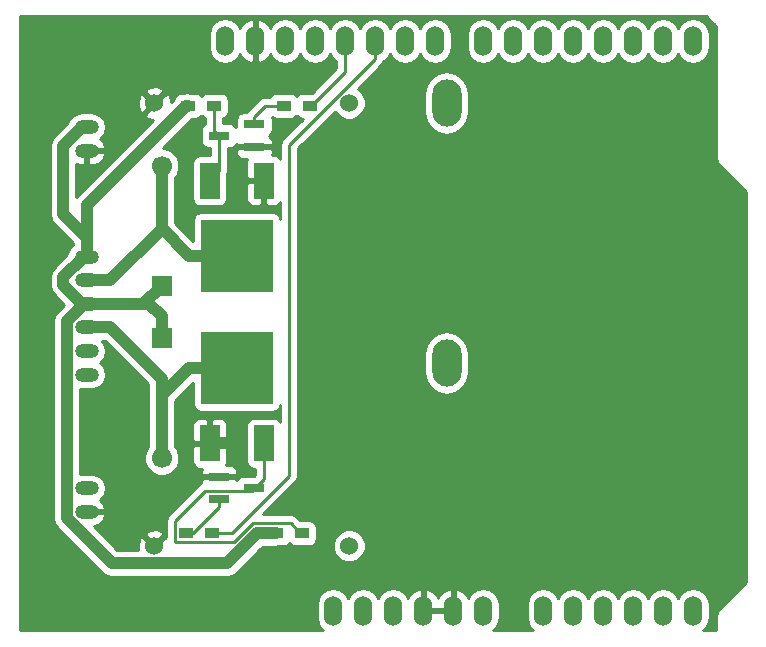
<source format=gbl>
G04 #@! TF.FileFunction,Copper,L2,Bot,Signal*
%FSLAX46Y46*%
G04 Gerber Fmt 4.6, Leading zero omitted, Abs format (unit mm)*
G04 Created by KiCad (PCBNEW 4.0.1-stable) date Friday, 17 June 2016 'pmt' 14:47:11*
%MOMM*%
G01*
G04 APERTURE LIST*
%ADD10C,0.100000*%
%ADD11R,1.200000X0.900000*%
%ADD12C,1.699260*%
%ADD13R,1.699260X1.699260*%
%ADD14O,2.499360X4.000500*%
%ADD15O,2.000000X1.200000*%
%ADD16R,1.800860X0.800100*%
%ADD17R,1.651000X3.048000*%
%ADD18R,6.096000X6.096000*%
%ADD19O,1.524000X2.540000*%
%ADD20C,1.524000*%
%ADD21C,1.000000*%
%ADD22C,1.000000*%
%ADD23C,0.250000*%
%ADD24C,0.254000*%
G04 APERTURE END LIST*
D10*
D11*
X169250000Y-59690000D03*
X171450000Y-59690000D03*
D12*
X167005000Y-64770000D03*
D13*
X167005000Y-74930000D03*
D12*
X167005000Y-89535000D03*
D13*
X167005000Y-79375000D03*
D14*
X191135000Y-81485740D03*
X191135000Y-59484260D03*
D15*
X160655000Y-61500000D03*
X160655000Y-63500000D03*
X160655000Y-92075000D03*
X160655000Y-94075000D03*
X160655000Y-72470000D03*
X160655000Y-74470000D03*
X160655000Y-76470000D03*
X160655000Y-78470000D03*
X160655000Y-80470000D03*
X160655000Y-82470000D03*
D16*
X174856140Y-61280000D03*
X174856140Y-63180000D03*
X171853860Y-62230000D03*
D17*
X171069000Y-66040000D03*
D18*
X173355000Y-72390000D03*
D17*
X175641000Y-66040000D03*
D16*
X171853860Y-93025000D03*
X171853860Y-91125000D03*
X174856140Y-92075000D03*
D17*
X175641000Y-88265000D03*
D18*
X173355000Y-81915000D03*
D17*
X171069000Y-88265000D03*
D11*
X177335000Y-59690000D03*
X179535000Y-59690000D03*
X169080000Y-95885000D03*
X171280000Y-95885000D03*
X176700000Y-95885000D03*
X178900000Y-95885000D03*
D19*
X212001100Y-102463600D03*
X209461100Y-102463600D03*
X206921100Y-102463600D03*
X199301100Y-102463600D03*
X201841100Y-102463600D03*
X204381100Y-102463600D03*
X194221100Y-102463600D03*
X191681100Y-102463600D03*
X189141100Y-102463600D03*
X184061100Y-102463600D03*
X181521100Y-102463600D03*
X212001100Y-54203600D03*
X209461100Y-54203600D03*
X206921100Y-54203600D03*
X204381100Y-54203600D03*
X201841100Y-54203600D03*
X199301100Y-54203600D03*
X196761100Y-54203600D03*
X194221100Y-54203600D03*
X190157100Y-54203600D03*
X187617100Y-54203600D03*
X185077100Y-54203600D03*
X182537100Y-54203600D03*
X179997100Y-54203600D03*
X177457100Y-54203600D03*
X174917100Y-54203600D03*
X172377100Y-54203600D03*
X186601100Y-102463600D03*
D20*
X182880000Y-59470000D03*
X182880000Y-96970000D03*
X166380000Y-96970000D03*
X166380000Y-59470000D03*
D21*
X179705000Y-66040000D03*
X173355000Y-66040000D03*
X179705000Y-88265000D03*
X173355000Y-88265000D03*
X207645000Y-76370000D03*
D22*
X171069000Y-88265000D02*
X173355000Y-88265000D01*
X160655000Y-74470000D02*
X162655000Y-74470000D01*
X162655000Y-74470000D02*
X167005000Y-70120000D01*
X167005000Y-70120000D02*
X167005000Y-70088000D01*
X173355000Y-72390000D02*
X169307000Y-72390000D01*
X169307000Y-72390000D02*
X167005000Y-70088000D01*
X167005000Y-70088000D02*
X167005000Y-64770000D01*
X160655000Y-76470000D02*
X160416509Y-76470000D01*
X160416509Y-76470000D02*
X158954990Y-77931519D01*
X158954990Y-77931519D02*
X158954990Y-94613481D01*
X175100000Y-95885000D02*
X176700000Y-95885000D01*
X158954990Y-94613481D02*
X162773510Y-98432001D01*
X172552999Y-98432001D02*
X175100000Y-95885000D01*
X162773510Y-98432001D02*
X172552999Y-98432001D01*
X160655000Y-72470000D02*
X160655000Y-68135000D01*
X160655000Y-68135000D02*
X169100000Y-59690000D01*
X169100000Y-59690000D02*
X169250000Y-59690000D01*
X160655000Y-72470000D02*
X160655000Y-70870000D01*
X160655000Y-70870000D02*
X158655000Y-68870000D01*
X158655000Y-68870000D02*
X158655000Y-63100000D01*
X158655000Y-63100000D02*
X160255000Y-61500000D01*
X160255000Y-61500000D02*
X160655000Y-61500000D01*
X160655000Y-72470000D02*
X160416509Y-72470000D01*
X160416509Y-72470000D02*
X158655000Y-74231509D01*
X158655000Y-74231509D02*
X158655000Y-74870000D01*
X158655000Y-74870000D02*
X160255000Y-76470000D01*
X160255000Y-76470000D02*
X160655000Y-76470000D01*
X160655000Y-76470000D02*
X163195000Y-76470000D01*
X163195000Y-76470000D02*
X165465000Y-76470000D01*
X167005000Y-79375000D02*
X167005000Y-77525370D01*
X165949630Y-76470000D02*
X163195000Y-76470000D01*
X167005000Y-77525370D02*
X165949630Y-76470000D01*
X165465000Y-76470000D02*
X167005000Y-74930000D01*
X160655000Y-78470000D02*
X162655000Y-78470000D01*
X162655000Y-78470000D02*
X167005000Y-82820000D01*
X167005000Y-82820000D02*
X167005000Y-84217000D01*
X173355000Y-81915000D02*
X169307000Y-81915000D01*
X169307000Y-81915000D02*
X167005000Y-84217000D01*
X167005000Y-84217000D02*
X167005000Y-89535000D01*
D23*
X174856140Y-61280000D02*
X174856140Y-60629950D01*
X175796090Y-59690000D02*
X177335000Y-59690000D01*
X174856140Y-60629950D02*
X175796090Y-59690000D01*
X171853860Y-62230000D02*
X171853860Y-65255140D01*
X171853860Y-65255140D02*
X171069000Y-66040000D01*
X171450000Y-59690000D02*
X171450000Y-61826140D01*
X171450000Y-61826140D02*
X171853860Y-62230000D01*
X169080000Y-95885000D02*
X169643910Y-95885000D01*
X169643910Y-95885000D02*
X171853860Y-93675050D01*
X171853860Y-93675050D02*
X171853860Y-93025000D01*
X175641000Y-91290140D02*
X174631191Y-92299949D01*
X174631191Y-92299949D02*
X170693429Y-92299949D01*
X170693429Y-92299949D02*
X168154999Y-94838379D01*
X168154999Y-94838379D02*
X168154999Y-96595001D01*
X168154999Y-96595001D02*
X168219999Y-96660001D01*
X168219999Y-96660001D02*
X173158259Y-96660001D01*
X177924990Y-95059990D02*
X178750000Y-95885000D01*
X173158259Y-96660001D02*
X174758270Y-95059990D01*
X174758270Y-95059990D02*
X177924990Y-95059990D01*
X178750000Y-95885000D02*
X178900000Y-95885000D01*
X175641000Y-88265000D02*
X175641000Y-91290140D01*
X175641000Y-91290140D02*
X174856140Y-92075000D01*
X179535000Y-59690000D02*
X179685000Y-59690000D01*
X179685000Y-59690000D02*
X182537100Y-56837900D01*
X182537100Y-56837900D02*
X182537100Y-54203600D01*
X177800000Y-63000700D02*
X177800000Y-91016622D01*
X177800000Y-91016622D02*
X172931622Y-95885000D01*
X172931622Y-95885000D02*
X171280000Y-95885000D01*
X185077100Y-55723600D02*
X177800000Y-63000700D01*
X185077100Y-54203600D02*
X185077100Y-55723600D01*
D24*
G36*
X187607749Y-52263139D02*
X187082491Y-52367619D01*
X186629272Y-52670451D01*
X186347100Y-53092750D01*
X186064928Y-52670451D01*
X185611709Y-52367619D01*
X185077100Y-52261279D01*
X184542491Y-52367619D01*
X184089272Y-52670451D01*
X183807100Y-53092750D01*
X183524928Y-52670451D01*
X183071709Y-52367619D01*
X182537100Y-52261279D01*
X182002491Y-52367619D01*
X181549272Y-52670451D01*
X181267100Y-53092750D01*
X180984928Y-52670451D01*
X180531709Y-52367619D01*
X179997100Y-52261279D01*
X179462491Y-52367619D01*
X179009272Y-52670451D01*
X178727100Y-53092750D01*
X178444928Y-52670451D01*
X177991709Y-52367619D01*
X177457100Y-52261279D01*
X176922491Y-52367619D01*
X176469272Y-52670451D01*
X176177770Y-53106713D01*
X176159159Y-53043659D01*
X175815126Y-52617970D01*
X175334377Y-52356340D01*
X175260170Y-52341380D01*
X175044100Y-52463880D01*
X175044100Y-54076600D01*
X175064100Y-54076600D01*
X175064100Y-54330600D01*
X175044100Y-54330600D01*
X175044100Y-55943320D01*
X175260170Y-56065820D01*
X175334377Y-56050860D01*
X175815126Y-55789230D01*
X176159159Y-55363541D01*
X176177770Y-55300487D01*
X176469272Y-55736749D01*
X176922491Y-56039581D01*
X177457100Y-56145921D01*
X177991709Y-56039581D01*
X178444928Y-55736749D01*
X178727100Y-55314450D01*
X179009272Y-55736749D01*
X179462491Y-56039581D01*
X179997100Y-56145921D01*
X180531709Y-56039581D01*
X180984928Y-55736749D01*
X181267100Y-55314450D01*
X181549272Y-55736749D01*
X181777100Y-55888979D01*
X181777100Y-56523097D01*
X179707638Y-58592560D01*
X178935000Y-58592560D01*
X178699683Y-58636838D01*
X178483559Y-58775910D01*
X178435866Y-58845711D01*
X178399090Y-58788559D01*
X178186890Y-58643569D01*
X177935000Y-58592560D01*
X176735000Y-58592560D01*
X176499683Y-58636838D01*
X176283559Y-58775910D01*
X176178274Y-58930000D01*
X175796090Y-58930000D01*
X175505251Y-58987852D01*
X175258689Y-59152599D01*
X174318739Y-60092549D01*
X174225220Y-60232510D01*
X173955710Y-60232510D01*
X173720393Y-60276788D01*
X173504269Y-60415860D01*
X173359279Y-60628060D01*
X173308270Y-60879950D01*
X173308270Y-61518202D01*
X173218380Y-61378509D01*
X173006180Y-61233519D01*
X172754290Y-61182510D01*
X172210000Y-61182510D01*
X172210000Y-60757334D01*
X172285317Y-60743162D01*
X172501441Y-60604090D01*
X172646431Y-60391890D01*
X172697440Y-60140000D01*
X172697440Y-59240000D01*
X172653162Y-59004683D01*
X172514090Y-58788559D01*
X172301890Y-58643569D01*
X172050000Y-58592560D01*
X170850000Y-58592560D01*
X170614683Y-58636838D01*
X170398559Y-58775910D01*
X170350866Y-58845711D01*
X170314090Y-58788559D01*
X170101890Y-58643569D01*
X169850000Y-58592560D01*
X169438826Y-58592560D01*
X169250000Y-58555000D01*
X169100000Y-58555000D01*
X168911172Y-58592560D01*
X168650000Y-58592560D01*
X168414683Y-58636838D01*
X168198559Y-58775910D01*
X168053569Y-58988110D01*
X168017210Y-59167657D01*
X167775703Y-59409164D01*
X167761362Y-59122632D01*
X167602397Y-58738857D01*
X167360213Y-58669392D01*
X166559605Y-59470000D01*
X166573748Y-59484143D01*
X166394143Y-59663748D01*
X166380000Y-59649605D01*
X165579392Y-60450213D01*
X165648857Y-60692397D01*
X166172302Y-60879144D01*
X166312753Y-60872114D01*
X159852434Y-67332434D01*
X159790000Y-67425873D01*
X159790000Y-64630880D01*
X160128000Y-64735000D01*
X160528000Y-64735000D01*
X160528000Y-63627000D01*
X160782000Y-63627000D01*
X160782000Y-64735000D01*
X161182000Y-64735000D01*
X161644947Y-64592390D01*
X162018080Y-64283474D01*
X162244592Y-63855281D01*
X162248462Y-63817609D01*
X162123731Y-63627000D01*
X160782000Y-63627000D01*
X160528000Y-63627000D01*
X160508000Y-63627000D01*
X160508000Y-63373000D01*
X160528000Y-63373000D01*
X160528000Y-63353000D01*
X160782000Y-63353000D01*
X160782000Y-63373000D01*
X162123731Y-63373000D01*
X162248462Y-63182391D01*
X162244592Y-63144719D01*
X162018080Y-62716526D01*
X161762845Y-62505218D01*
X161960309Y-62373277D01*
X162228023Y-61972614D01*
X162322032Y-61500000D01*
X162228023Y-61027386D01*
X161960309Y-60626723D01*
X161559646Y-60359009D01*
X161087032Y-60265000D01*
X160222968Y-60265000D01*
X159750354Y-60359009D01*
X159349691Y-60626723D01*
X159081977Y-61027386D01*
X159071919Y-61077949D01*
X157852434Y-62297434D01*
X157606397Y-62665654D01*
X157520000Y-63100000D01*
X157520000Y-68870000D01*
X157606397Y-69304346D01*
X157631557Y-69342000D01*
X157852434Y-69672566D01*
X159520000Y-71340132D01*
X159520000Y-71482926D01*
X159349691Y-71596723D01*
X159081977Y-71997386D01*
X159031816Y-72249561D01*
X157852434Y-73428943D01*
X157606397Y-73797163D01*
X157520000Y-74231509D01*
X157520000Y-74870000D01*
X157606397Y-75304346D01*
X157695702Y-75438000D01*
X157852434Y-75672566D01*
X158730623Y-76550755D01*
X158152424Y-77128953D01*
X157906387Y-77497173D01*
X157819990Y-77931519D01*
X157819990Y-94613481D01*
X157906387Y-95047827D01*
X158108847Y-95350829D01*
X158152424Y-95416047D01*
X161970944Y-99234567D01*
X162339164Y-99480604D01*
X162773510Y-99567001D01*
X172552999Y-99567001D01*
X172987345Y-99480604D01*
X173355565Y-99234567D01*
X175343471Y-97246661D01*
X181482758Y-97246661D01*
X181694990Y-97760303D01*
X182087630Y-98153629D01*
X182600900Y-98366757D01*
X183156661Y-98367242D01*
X183670303Y-98155010D01*
X184063629Y-97762370D01*
X184276757Y-97249100D01*
X184277242Y-96693339D01*
X184065010Y-96179697D01*
X183672370Y-95786371D01*
X183159100Y-95573243D01*
X182603339Y-95572758D01*
X182089697Y-95784990D01*
X181696371Y-96177630D01*
X181483243Y-96690900D01*
X181482758Y-97246661D01*
X175343471Y-97246661D01*
X175570132Y-97020000D01*
X176700000Y-97020000D01*
X176888826Y-96982440D01*
X177300000Y-96982440D01*
X177535317Y-96938162D01*
X177751441Y-96799090D01*
X177799134Y-96729289D01*
X177835910Y-96786441D01*
X178048110Y-96931431D01*
X178300000Y-96982440D01*
X179500000Y-96982440D01*
X179735317Y-96938162D01*
X179951441Y-96799090D01*
X180096431Y-96586890D01*
X180147440Y-96335000D01*
X180147440Y-95435000D01*
X180103162Y-95199683D01*
X179964090Y-94983559D01*
X179751890Y-94838569D01*
X179500000Y-94787560D01*
X178727362Y-94787560D01*
X178462391Y-94522589D01*
X178215829Y-94357842D01*
X177924990Y-94299990D01*
X175591434Y-94299990D01*
X178337401Y-91554023D01*
X178502148Y-91307462D01*
X178560000Y-91016622D01*
X178560000Y-80683542D01*
X189250320Y-80683542D01*
X189250320Y-82287938D01*
X189393783Y-83009174D01*
X189802330Y-83620608D01*
X190413764Y-84029155D01*
X191135000Y-84172618D01*
X191856236Y-84029155D01*
X192467670Y-83620608D01*
X192876217Y-83009174D01*
X193019680Y-82287938D01*
X193019680Y-80683542D01*
X192876217Y-79962306D01*
X192467670Y-79350872D01*
X191856236Y-78942325D01*
X191135000Y-78798862D01*
X190413764Y-78942325D01*
X189802330Y-79350872D01*
X189393783Y-79962306D01*
X189250320Y-80683542D01*
X178560000Y-80683542D01*
X178560000Y-63315502D01*
X181671661Y-60203841D01*
X181694990Y-60260303D01*
X182087630Y-60653629D01*
X182600900Y-60866757D01*
X183156661Y-60867242D01*
X183670303Y-60655010D01*
X184063629Y-60262370D01*
X184276757Y-59749100D01*
X184277242Y-59193339D01*
X184065988Y-58682062D01*
X189250320Y-58682062D01*
X189250320Y-60286458D01*
X189393783Y-61007694D01*
X189802330Y-61619128D01*
X190413764Y-62027675D01*
X191135000Y-62171138D01*
X191856236Y-62027675D01*
X192467670Y-61619128D01*
X192876217Y-61007694D01*
X193019680Y-60286458D01*
X193019680Y-58682062D01*
X192876217Y-57960826D01*
X192467670Y-57349392D01*
X191856236Y-56940845D01*
X191135000Y-56797382D01*
X190413764Y-56940845D01*
X189802330Y-57349392D01*
X189393783Y-57960826D01*
X189250320Y-58682062D01*
X184065988Y-58682062D01*
X184065010Y-58679697D01*
X183672370Y-58286371D01*
X183613554Y-58261948D01*
X185614501Y-56261001D01*
X185779248Y-56014439D01*
X185799161Y-55914329D01*
X186064928Y-55736749D01*
X186347100Y-55314450D01*
X186629272Y-55736749D01*
X187082491Y-56039581D01*
X187617100Y-56145921D01*
X188151709Y-56039581D01*
X188604928Y-55736749D01*
X188887100Y-55314450D01*
X189169272Y-55736749D01*
X189622491Y-56039581D01*
X190157100Y-56145921D01*
X190691709Y-56039581D01*
X191144928Y-55736749D01*
X191447760Y-55283530D01*
X191554100Y-54748921D01*
X191554100Y-53658279D01*
X191447760Y-53123670D01*
X191144928Y-52670451D01*
X190691709Y-52367619D01*
X190469317Y-52323383D01*
X193652404Y-52390395D01*
X193233272Y-52670451D01*
X192930440Y-53123670D01*
X192824100Y-53658279D01*
X192824100Y-54748921D01*
X192930440Y-55283530D01*
X193233272Y-55736749D01*
X193686491Y-56039581D01*
X194221100Y-56145921D01*
X194755709Y-56039581D01*
X195208928Y-55736749D01*
X195491100Y-55314450D01*
X195773272Y-55736749D01*
X196226491Y-56039581D01*
X196761100Y-56145921D01*
X197295709Y-56039581D01*
X197748928Y-55736749D01*
X198031100Y-55314450D01*
X198313272Y-55736749D01*
X198766491Y-56039581D01*
X199301100Y-56145921D01*
X199835709Y-56039581D01*
X200288928Y-55736749D01*
X200571100Y-55314450D01*
X200853272Y-55736749D01*
X201306491Y-56039581D01*
X201841100Y-56145921D01*
X202375709Y-56039581D01*
X202828928Y-55736749D01*
X203111100Y-55314450D01*
X203393272Y-55736749D01*
X203846491Y-56039581D01*
X204381100Y-56145921D01*
X204915709Y-56039581D01*
X205368928Y-55736749D01*
X205651100Y-55314450D01*
X205933272Y-55736749D01*
X206386491Y-56039581D01*
X206921100Y-56145921D01*
X207455709Y-56039581D01*
X207908928Y-55736749D01*
X208191100Y-55314450D01*
X208473272Y-55736749D01*
X208926491Y-56039581D01*
X209461100Y-56145921D01*
X209995709Y-56039581D01*
X210448928Y-55736749D01*
X210731100Y-55314450D01*
X211013272Y-55736749D01*
X211466491Y-56039581D01*
X212001100Y-56145921D01*
X212535709Y-56039581D01*
X212988928Y-55736749D01*
X213291760Y-55283530D01*
X213398100Y-54748921D01*
X213398100Y-53658279D01*
X213291760Y-53123670D01*
X213075017Y-52799292D01*
X213770191Y-52813927D01*
X213945000Y-52988736D01*
X213945000Y-64135000D01*
X213997143Y-64397138D01*
X214145632Y-64619368D01*
X216485000Y-66958736D01*
X216485000Y-100046264D01*
X214145632Y-102385632D01*
X213997143Y-102607862D01*
X213945000Y-102870000D01*
X213945000Y-104090000D01*
X212849368Y-104090000D01*
X212988928Y-103996749D01*
X213291760Y-103543530D01*
X213398100Y-103008921D01*
X213398100Y-101918279D01*
X213291760Y-101383670D01*
X212988928Y-100930451D01*
X212535709Y-100627619D01*
X212001100Y-100521279D01*
X211466491Y-100627619D01*
X211013272Y-100930451D01*
X210731100Y-101352750D01*
X210448928Y-100930451D01*
X209995709Y-100627619D01*
X209461100Y-100521279D01*
X208926491Y-100627619D01*
X208473272Y-100930451D01*
X208191100Y-101352750D01*
X207908928Y-100930451D01*
X207455709Y-100627619D01*
X206921100Y-100521279D01*
X206386491Y-100627619D01*
X205933272Y-100930451D01*
X205651100Y-101352750D01*
X205368928Y-100930451D01*
X204915709Y-100627619D01*
X204381100Y-100521279D01*
X203846491Y-100627619D01*
X203393272Y-100930451D01*
X203111100Y-101352750D01*
X202828928Y-100930451D01*
X202375709Y-100627619D01*
X201841100Y-100521279D01*
X201306491Y-100627619D01*
X200853272Y-100930451D01*
X200571100Y-101352750D01*
X200288928Y-100930451D01*
X199835709Y-100627619D01*
X199301100Y-100521279D01*
X198766491Y-100627619D01*
X198313272Y-100930451D01*
X198010440Y-101383670D01*
X197904100Y-101918279D01*
X197904100Y-103008921D01*
X198010440Y-103543530D01*
X198313272Y-103996749D01*
X198452832Y-104090000D01*
X195069368Y-104090000D01*
X195208928Y-103996749D01*
X195511760Y-103543530D01*
X195618100Y-103008921D01*
X195618100Y-101918279D01*
X195511760Y-101383670D01*
X195208928Y-100930451D01*
X194755709Y-100627619D01*
X194221100Y-100521279D01*
X193686491Y-100627619D01*
X193233272Y-100930451D01*
X192941770Y-101366713D01*
X192923159Y-101303659D01*
X192579126Y-100877970D01*
X192098377Y-100616340D01*
X192024170Y-100601380D01*
X191808100Y-100723880D01*
X191808100Y-102336600D01*
X191828100Y-102336600D01*
X191828100Y-102590600D01*
X191808100Y-102590600D01*
X191808100Y-102610600D01*
X191554100Y-102610600D01*
X191554100Y-102590600D01*
X189268100Y-102590600D01*
X189268100Y-102610600D01*
X189014100Y-102610600D01*
X189014100Y-102590600D01*
X188994100Y-102590600D01*
X188994100Y-102336600D01*
X189014100Y-102336600D01*
X189014100Y-100723880D01*
X189268100Y-100723880D01*
X189268100Y-102336600D01*
X191554100Y-102336600D01*
X191554100Y-100723880D01*
X191338030Y-100601380D01*
X191263823Y-100616340D01*
X190783074Y-100877970D01*
X190439041Y-101303659D01*
X190411100Y-101398323D01*
X190383159Y-101303659D01*
X190039126Y-100877970D01*
X189558377Y-100616340D01*
X189484170Y-100601380D01*
X189268100Y-100723880D01*
X189014100Y-100723880D01*
X188798030Y-100601380D01*
X188723823Y-100616340D01*
X188243074Y-100877970D01*
X187899041Y-101303659D01*
X187880430Y-101366713D01*
X187588928Y-100930451D01*
X187135709Y-100627619D01*
X186601100Y-100521279D01*
X186066491Y-100627619D01*
X185613272Y-100930451D01*
X185331100Y-101352750D01*
X185048928Y-100930451D01*
X184595709Y-100627619D01*
X184061100Y-100521279D01*
X183526491Y-100627619D01*
X183073272Y-100930451D01*
X182791100Y-101352750D01*
X182508928Y-100930451D01*
X182055709Y-100627619D01*
X181521100Y-100521279D01*
X180986491Y-100627619D01*
X180533272Y-100930451D01*
X180230440Y-101383670D01*
X180124100Y-101918279D01*
X180124100Y-103008921D01*
X180230440Y-103543530D01*
X180533272Y-103996749D01*
X180672832Y-104090000D01*
X154990000Y-104090000D01*
X154990000Y-59262302D01*
X164970856Y-59262302D01*
X164998638Y-59817368D01*
X165157603Y-60201143D01*
X165399787Y-60270608D01*
X166200395Y-59470000D01*
X165399787Y-58669392D01*
X165157603Y-58738857D01*
X164970856Y-59262302D01*
X154990000Y-59262302D01*
X154990000Y-58489787D01*
X165579392Y-58489787D01*
X166380000Y-59290395D01*
X167180608Y-58489787D01*
X167111143Y-58247603D01*
X166587698Y-58060856D01*
X166032632Y-58088638D01*
X165648857Y-58247603D01*
X165579392Y-58489787D01*
X154990000Y-58489787D01*
X154990000Y-53658279D01*
X170980100Y-53658279D01*
X170980100Y-54748921D01*
X171086440Y-55283530D01*
X171389272Y-55736749D01*
X171842491Y-56039581D01*
X172377100Y-56145921D01*
X172911709Y-56039581D01*
X173364928Y-55736749D01*
X173656430Y-55300487D01*
X173675041Y-55363541D01*
X174019074Y-55789230D01*
X174499823Y-56050860D01*
X174574030Y-56065820D01*
X174790100Y-55943320D01*
X174790100Y-54330600D01*
X174770100Y-54330600D01*
X174770100Y-54076600D01*
X174790100Y-54076600D01*
X174790100Y-52463880D01*
X174574030Y-52341380D01*
X174499823Y-52356340D01*
X174019074Y-52617970D01*
X173675041Y-53043659D01*
X173656430Y-53106713D01*
X173364928Y-52670451D01*
X172911709Y-52367619D01*
X172377100Y-52261279D01*
X171842491Y-52367619D01*
X171389272Y-52670451D01*
X171086440Y-53123670D01*
X170980100Y-53658279D01*
X154990000Y-53658279D01*
X154990000Y-52120000D01*
X180808647Y-52120000D01*
X187607749Y-52263139D01*
X187607749Y-52263139D01*
G37*
X187607749Y-52263139D02*
X187082491Y-52367619D01*
X186629272Y-52670451D01*
X186347100Y-53092750D01*
X186064928Y-52670451D01*
X185611709Y-52367619D01*
X185077100Y-52261279D01*
X184542491Y-52367619D01*
X184089272Y-52670451D01*
X183807100Y-53092750D01*
X183524928Y-52670451D01*
X183071709Y-52367619D01*
X182537100Y-52261279D01*
X182002491Y-52367619D01*
X181549272Y-52670451D01*
X181267100Y-53092750D01*
X180984928Y-52670451D01*
X180531709Y-52367619D01*
X179997100Y-52261279D01*
X179462491Y-52367619D01*
X179009272Y-52670451D01*
X178727100Y-53092750D01*
X178444928Y-52670451D01*
X177991709Y-52367619D01*
X177457100Y-52261279D01*
X176922491Y-52367619D01*
X176469272Y-52670451D01*
X176177770Y-53106713D01*
X176159159Y-53043659D01*
X175815126Y-52617970D01*
X175334377Y-52356340D01*
X175260170Y-52341380D01*
X175044100Y-52463880D01*
X175044100Y-54076600D01*
X175064100Y-54076600D01*
X175064100Y-54330600D01*
X175044100Y-54330600D01*
X175044100Y-55943320D01*
X175260170Y-56065820D01*
X175334377Y-56050860D01*
X175815126Y-55789230D01*
X176159159Y-55363541D01*
X176177770Y-55300487D01*
X176469272Y-55736749D01*
X176922491Y-56039581D01*
X177457100Y-56145921D01*
X177991709Y-56039581D01*
X178444928Y-55736749D01*
X178727100Y-55314450D01*
X179009272Y-55736749D01*
X179462491Y-56039581D01*
X179997100Y-56145921D01*
X180531709Y-56039581D01*
X180984928Y-55736749D01*
X181267100Y-55314450D01*
X181549272Y-55736749D01*
X181777100Y-55888979D01*
X181777100Y-56523097D01*
X179707638Y-58592560D01*
X178935000Y-58592560D01*
X178699683Y-58636838D01*
X178483559Y-58775910D01*
X178435866Y-58845711D01*
X178399090Y-58788559D01*
X178186890Y-58643569D01*
X177935000Y-58592560D01*
X176735000Y-58592560D01*
X176499683Y-58636838D01*
X176283559Y-58775910D01*
X176178274Y-58930000D01*
X175796090Y-58930000D01*
X175505251Y-58987852D01*
X175258689Y-59152599D01*
X174318739Y-60092549D01*
X174225220Y-60232510D01*
X173955710Y-60232510D01*
X173720393Y-60276788D01*
X173504269Y-60415860D01*
X173359279Y-60628060D01*
X173308270Y-60879950D01*
X173308270Y-61518202D01*
X173218380Y-61378509D01*
X173006180Y-61233519D01*
X172754290Y-61182510D01*
X172210000Y-61182510D01*
X172210000Y-60757334D01*
X172285317Y-60743162D01*
X172501441Y-60604090D01*
X172646431Y-60391890D01*
X172697440Y-60140000D01*
X172697440Y-59240000D01*
X172653162Y-59004683D01*
X172514090Y-58788559D01*
X172301890Y-58643569D01*
X172050000Y-58592560D01*
X170850000Y-58592560D01*
X170614683Y-58636838D01*
X170398559Y-58775910D01*
X170350866Y-58845711D01*
X170314090Y-58788559D01*
X170101890Y-58643569D01*
X169850000Y-58592560D01*
X169438826Y-58592560D01*
X169250000Y-58555000D01*
X169100000Y-58555000D01*
X168911172Y-58592560D01*
X168650000Y-58592560D01*
X168414683Y-58636838D01*
X168198559Y-58775910D01*
X168053569Y-58988110D01*
X168017210Y-59167657D01*
X167775703Y-59409164D01*
X167761362Y-59122632D01*
X167602397Y-58738857D01*
X167360213Y-58669392D01*
X166559605Y-59470000D01*
X166573748Y-59484143D01*
X166394143Y-59663748D01*
X166380000Y-59649605D01*
X165579392Y-60450213D01*
X165648857Y-60692397D01*
X166172302Y-60879144D01*
X166312753Y-60872114D01*
X159852434Y-67332434D01*
X159790000Y-67425873D01*
X159790000Y-64630880D01*
X160128000Y-64735000D01*
X160528000Y-64735000D01*
X160528000Y-63627000D01*
X160782000Y-63627000D01*
X160782000Y-64735000D01*
X161182000Y-64735000D01*
X161644947Y-64592390D01*
X162018080Y-64283474D01*
X162244592Y-63855281D01*
X162248462Y-63817609D01*
X162123731Y-63627000D01*
X160782000Y-63627000D01*
X160528000Y-63627000D01*
X160508000Y-63627000D01*
X160508000Y-63373000D01*
X160528000Y-63373000D01*
X160528000Y-63353000D01*
X160782000Y-63353000D01*
X160782000Y-63373000D01*
X162123731Y-63373000D01*
X162248462Y-63182391D01*
X162244592Y-63144719D01*
X162018080Y-62716526D01*
X161762845Y-62505218D01*
X161960309Y-62373277D01*
X162228023Y-61972614D01*
X162322032Y-61500000D01*
X162228023Y-61027386D01*
X161960309Y-60626723D01*
X161559646Y-60359009D01*
X161087032Y-60265000D01*
X160222968Y-60265000D01*
X159750354Y-60359009D01*
X159349691Y-60626723D01*
X159081977Y-61027386D01*
X159071919Y-61077949D01*
X157852434Y-62297434D01*
X157606397Y-62665654D01*
X157520000Y-63100000D01*
X157520000Y-68870000D01*
X157606397Y-69304346D01*
X157631557Y-69342000D01*
X157852434Y-69672566D01*
X159520000Y-71340132D01*
X159520000Y-71482926D01*
X159349691Y-71596723D01*
X159081977Y-71997386D01*
X159031816Y-72249561D01*
X157852434Y-73428943D01*
X157606397Y-73797163D01*
X157520000Y-74231509D01*
X157520000Y-74870000D01*
X157606397Y-75304346D01*
X157695702Y-75438000D01*
X157852434Y-75672566D01*
X158730623Y-76550755D01*
X158152424Y-77128953D01*
X157906387Y-77497173D01*
X157819990Y-77931519D01*
X157819990Y-94613481D01*
X157906387Y-95047827D01*
X158108847Y-95350829D01*
X158152424Y-95416047D01*
X161970944Y-99234567D01*
X162339164Y-99480604D01*
X162773510Y-99567001D01*
X172552999Y-99567001D01*
X172987345Y-99480604D01*
X173355565Y-99234567D01*
X175343471Y-97246661D01*
X181482758Y-97246661D01*
X181694990Y-97760303D01*
X182087630Y-98153629D01*
X182600900Y-98366757D01*
X183156661Y-98367242D01*
X183670303Y-98155010D01*
X184063629Y-97762370D01*
X184276757Y-97249100D01*
X184277242Y-96693339D01*
X184065010Y-96179697D01*
X183672370Y-95786371D01*
X183159100Y-95573243D01*
X182603339Y-95572758D01*
X182089697Y-95784990D01*
X181696371Y-96177630D01*
X181483243Y-96690900D01*
X181482758Y-97246661D01*
X175343471Y-97246661D01*
X175570132Y-97020000D01*
X176700000Y-97020000D01*
X176888826Y-96982440D01*
X177300000Y-96982440D01*
X177535317Y-96938162D01*
X177751441Y-96799090D01*
X177799134Y-96729289D01*
X177835910Y-96786441D01*
X178048110Y-96931431D01*
X178300000Y-96982440D01*
X179500000Y-96982440D01*
X179735317Y-96938162D01*
X179951441Y-96799090D01*
X180096431Y-96586890D01*
X180147440Y-96335000D01*
X180147440Y-95435000D01*
X180103162Y-95199683D01*
X179964090Y-94983559D01*
X179751890Y-94838569D01*
X179500000Y-94787560D01*
X178727362Y-94787560D01*
X178462391Y-94522589D01*
X178215829Y-94357842D01*
X177924990Y-94299990D01*
X175591434Y-94299990D01*
X178337401Y-91554023D01*
X178502148Y-91307462D01*
X178560000Y-91016622D01*
X178560000Y-80683542D01*
X189250320Y-80683542D01*
X189250320Y-82287938D01*
X189393783Y-83009174D01*
X189802330Y-83620608D01*
X190413764Y-84029155D01*
X191135000Y-84172618D01*
X191856236Y-84029155D01*
X192467670Y-83620608D01*
X192876217Y-83009174D01*
X193019680Y-82287938D01*
X193019680Y-80683542D01*
X192876217Y-79962306D01*
X192467670Y-79350872D01*
X191856236Y-78942325D01*
X191135000Y-78798862D01*
X190413764Y-78942325D01*
X189802330Y-79350872D01*
X189393783Y-79962306D01*
X189250320Y-80683542D01*
X178560000Y-80683542D01*
X178560000Y-63315502D01*
X181671661Y-60203841D01*
X181694990Y-60260303D01*
X182087630Y-60653629D01*
X182600900Y-60866757D01*
X183156661Y-60867242D01*
X183670303Y-60655010D01*
X184063629Y-60262370D01*
X184276757Y-59749100D01*
X184277242Y-59193339D01*
X184065988Y-58682062D01*
X189250320Y-58682062D01*
X189250320Y-60286458D01*
X189393783Y-61007694D01*
X189802330Y-61619128D01*
X190413764Y-62027675D01*
X191135000Y-62171138D01*
X191856236Y-62027675D01*
X192467670Y-61619128D01*
X192876217Y-61007694D01*
X193019680Y-60286458D01*
X193019680Y-58682062D01*
X192876217Y-57960826D01*
X192467670Y-57349392D01*
X191856236Y-56940845D01*
X191135000Y-56797382D01*
X190413764Y-56940845D01*
X189802330Y-57349392D01*
X189393783Y-57960826D01*
X189250320Y-58682062D01*
X184065988Y-58682062D01*
X184065010Y-58679697D01*
X183672370Y-58286371D01*
X183613554Y-58261948D01*
X185614501Y-56261001D01*
X185779248Y-56014439D01*
X185799161Y-55914329D01*
X186064928Y-55736749D01*
X186347100Y-55314450D01*
X186629272Y-55736749D01*
X187082491Y-56039581D01*
X187617100Y-56145921D01*
X188151709Y-56039581D01*
X188604928Y-55736749D01*
X188887100Y-55314450D01*
X189169272Y-55736749D01*
X189622491Y-56039581D01*
X190157100Y-56145921D01*
X190691709Y-56039581D01*
X191144928Y-55736749D01*
X191447760Y-55283530D01*
X191554100Y-54748921D01*
X191554100Y-53658279D01*
X191447760Y-53123670D01*
X191144928Y-52670451D01*
X190691709Y-52367619D01*
X190469317Y-52323383D01*
X193652404Y-52390395D01*
X193233272Y-52670451D01*
X192930440Y-53123670D01*
X192824100Y-53658279D01*
X192824100Y-54748921D01*
X192930440Y-55283530D01*
X193233272Y-55736749D01*
X193686491Y-56039581D01*
X194221100Y-56145921D01*
X194755709Y-56039581D01*
X195208928Y-55736749D01*
X195491100Y-55314450D01*
X195773272Y-55736749D01*
X196226491Y-56039581D01*
X196761100Y-56145921D01*
X197295709Y-56039581D01*
X197748928Y-55736749D01*
X198031100Y-55314450D01*
X198313272Y-55736749D01*
X198766491Y-56039581D01*
X199301100Y-56145921D01*
X199835709Y-56039581D01*
X200288928Y-55736749D01*
X200571100Y-55314450D01*
X200853272Y-55736749D01*
X201306491Y-56039581D01*
X201841100Y-56145921D01*
X202375709Y-56039581D01*
X202828928Y-55736749D01*
X203111100Y-55314450D01*
X203393272Y-55736749D01*
X203846491Y-56039581D01*
X204381100Y-56145921D01*
X204915709Y-56039581D01*
X205368928Y-55736749D01*
X205651100Y-55314450D01*
X205933272Y-55736749D01*
X206386491Y-56039581D01*
X206921100Y-56145921D01*
X207455709Y-56039581D01*
X207908928Y-55736749D01*
X208191100Y-55314450D01*
X208473272Y-55736749D01*
X208926491Y-56039581D01*
X209461100Y-56145921D01*
X209995709Y-56039581D01*
X210448928Y-55736749D01*
X210731100Y-55314450D01*
X211013272Y-55736749D01*
X211466491Y-56039581D01*
X212001100Y-56145921D01*
X212535709Y-56039581D01*
X212988928Y-55736749D01*
X213291760Y-55283530D01*
X213398100Y-54748921D01*
X213398100Y-53658279D01*
X213291760Y-53123670D01*
X213075017Y-52799292D01*
X213770191Y-52813927D01*
X213945000Y-52988736D01*
X213945000Y-64135000D01*
X213997143Y-64397138D01*
X214145632Y-64619368D01*
X216485000Y-66958736D01*
X216485000Y-100046264D01*
X214145632Y-102385632D01*
X213997143Y-102607862D01*
X213945000Y-102870000D01*
X213945000Y-104090000D01*
X212849368Y-104090000D01*
X212988928Y-103996749D01*
X213291760Y-103543530D01*
X213398100Y-103008921D01*
X213398100Y-101918279D01*
X213291760Y-101383670D01*
X212988928Y-100930451D01*
X212535709Y-100627619D01*
X212001100Y-100521279D01*
X211466491Y-100627619D01*
X211013272Y-100930451D01*
X210731100Y-101352750D01*
X210448928Y-100930451D01*
X209995709Y-100627619D01*
X209461100Y-100521279D01*
X208926491Y-100627619D01*
X208473272Y-100930451D01*
X208191100Y-101352750D01*
X207908928Y-100930451D01*
X207455709Y-100627619D01*
X206921100Y-100521279D01*
X206386491Y-100627619D01*
X205933272Y-100930451D01*
X205651100Y-101352750D01*
X205368928Y-100930451D01*
X204915709Y-100627619D01*
X204381100Y-100521279D01*
X203846491Y-100627619D01*
X203393272Y-100930451D01*
X203111100Y-101352750D01*
X202828928Y-100930451D01*
X202375709Y-100627619D01*
X201841100Y-100521279D01*
X201306491Y-100627619D01*
X200853272Y-100930451D01*
X200571100Y-101352750D01*
X200288928Y-100930451D01*
X199835709Y-100627619D01*
X199301100Y-100521279D01*
X198766491Y-100627619D01*
X198313272Y-100930451D01*
X198010440Y-101383670D01*
X197904100Y-101918279D01*
X197904100Y-103008921D01*
X198010440Y-103543530D01*
X198313272Y-103996749D01*
X198452832Y-104090000D01*
X195069368Y-104090000D01*
X195208928Y-103996749D01*
X195511760Y-103543530D01*
X195618100Y-103008921D01*
X195618100Y-101918279D01*
X195511760Y-101383670D01*
X195208928Y-100930451D01*
X194755709Y-100627619D01*
X194221100Y-100521279D01*
X193686491Y-100627619D01*
X193233272Y-100930451D01*
X192941770Y-101366713D01*
X192923159Y-101303659D01*
X192579126Y-100877970D01*
X192098377Y-100616340D01*
X192024170Y-100601380D01*
X191808100Y-100723880D01*
X191808100Y-102336600D01*
X191828100Y-102336600D01*
X191828100Y-102590600D01*
X191808100Y-102590600D01*
X191808100Y-102610600D01*
X191554100Y-102610600D01*
X191554100Y-102590600D01*
X189268100Y-102590600D01*
X189268100Y-102610600D01*
X189014100Y-102610600D01*
X189014100Y-102590600D01*
X188994100Y-102590600D01*
X188994100Y-102336600D01*
X189014100Y-102336600D01*
X189014100Y-100723880D01*
X189268100Y-100723880D01*
X189268100Y-102336600D01*
X191554100Y-102336600D01*
X191554100Y-100723880D01*
X191338030Y-100601380D01*
X191263823Y-100616340D01*
X190783074Y-100877970D01*
X190439041Y-101303659D01*
X190411100Y-101398323D01*
X190383159Y-101303659D01*
X190039126Y-100877970D01*
X189558377Y-100616340D01*
X189484170Y-100601380D01*
X189268100Y-100723880D01*
X189014100Y-100723880D01*
X188798030Y-100601380D01*
X188723823Y-100616340D01*
X188243074Y-100877970D01*
X187899041Y-101303659D01*
X187880430Y-101366713D01*
X187588928Y-100930451D01*
X187135709Y-100627619D01*
X186601100Y-100521279D01*
X186066491Y-100627619D01*
X185613272Y-100930451D01*
X185331100Y-101352750D01*
X185048928Y-100930451D01*
X184595709Y-100627619D01*
X184061100Y-100521279D01*
X183526491Y-100627619D01*
X183073272Y-100930451D01*
X182791100Y-101352750D01*
X182508928Y-100930451D01*
X182055709Y-100627619D01*
X181521100Y-100521279D01*
X180986491Y-100627619D01*
X180533272Y-100930451D01*
X180230440Y-101383670D01*
X180124100Y-101918279D01*
X180124100Y-103008921D01*
X180230440Y-103543530D01*
X180533272Y-103996749D01*
X180672832Y-104090000D01*
X154990000Y-104090000D01*
X154990000Y-59262302D01*
X164970856Y-59262302D01*
X164998638Y-59817368D01*
X165157603Y-60201143D01*
X165399787Y-60270608D01*
X166200395Y-59470000D01*
X165399787Y-58669392D01*
X165157603Y-58738857D01*
X164970856Y-59262302D01*
X154990000Y-59262302D01*
X154990000Y-58489787D01*
X165579392Y-58489787D01*
X166380000Y-59290395D01*
X167180608Y-58489787D01*
X167111143Y-58247603D01*
X166587698Y-58060856D01*
X166032632Y-58088638D01*
X165648857Y-58247603D01*
X165579392Y-58489787D01*
X154990000Y-58489787D01*
X154990000Y-53658279D01*
X170980100Y-53658279D01*
X170980100Y-54748921D01*
X171086440Y-55283530D01*
X171389272Y-55736749D01*
X171842491Y-56039581D01*
X172377100Y-56145921D01*
X172911709Y-56039581D01*
X173364928Y-55736749D01*
X173656430Y-55300487D01*
X173675041Y-55363541D01*
X174019074Y-55789230D01*
X174499823Y-56050860D01*
X174574030Y-56065820D01*
X174790100Y-55943320D01*
X174790100Y-54330600D01*
X174770100Y-54330600D01*
X174770100Y-54076600D01*
X174790100Y-54076600D01*
X174790100Y-52463880D01*
X174574030Y-52341380D01*
X174499823Y-52356340D01*
X174019074Y-52617970D01*
X173675041Y-53043659D01*
X173656430Y-53106713D01*
X173364928Y-52670451D01*
X172911709Y-52367619D01*
X172377100Y-52261279D01*
X171842491Y-52367619D01*
X171389272Y-52670451D01*
X171086440Y-53123670D01*
X170980100Y-53658279D01*
X154990000Y-53658279D01*
X154990000Y-52120000D01*
X180808647Y-52120000D01*
X187607749Y-52263139D01*
G36*
X165870000Y-83290132D02*
X165870000Y-88570266D01*
X165747126Y-88692926D01*
X165520628Y-89238393D01*
X165520112Y-89829016D01*
X165745658Y-90374877D01*
X166162926Y-90792874D01*
X166708393Y-91019372D01*
X167299016Y-91019888D01*
X167844877Y-90794342D01*
X168262874Y-90377074D01*
X168489372Y-89831607D01*
X168489888Y-89240984D01*
X168264342Y-88695123D01*
X168140000Y-88570564D01*
X168140000Y-88550750D01*
X169608500Y-88550750D01*
X169608500Y-89915310D01*
X169705173Y-90148699D01*
X169883802Y-90327327D01*
X170117191Y-90424000D01*
X170390769Y-90424000D01*
X170318430Y-90598641D01*
X170318430Y-90839250D01*
X170477180Y-90998000D01*
X171726860Y-90998000D01*
X171726860Y-90978000D01*
X171980860Y-90978000D01*
X171980860Y-90998000D01*
X173230540Y-90998000D01*
X173389290Y-90839250D01*
X173389290Y-90598641D01*
X173292617Y-90365252D01*
X173113989Y-90186623D01*
X172880600Y-90089950D01*
X172457162Y-90089950D01*
X172529500Y-89915310D01*
X172529500Y-88550750D01*
X172370750Y-88392000D01*
X171196000Y-88392000D01*
X171196000Y-88412000D01*
X170942000Y-88412000D01*
X170942000Y-88392000D01*
X169767250Y-88392000D01*
X169608500Y-88550750D01*
X168140000Y-88550750D01*
X168140000Y-86614690D01*
X169608500Y-86614690D01*
X169608500Y-87979250D01*
X169767250Y-88138000D01*
X170942000Y-88138000D01*
X170942000Y-86264750D01*
X171196000Y-86264750D01*
X171196000Y-88138000D01*
X172370750Y-88138000D01*
X172529500Y-87979250D01*
X172529500Y-86614690D01*
X172432827Y-86381301D01*
X172254198Y-86202673D01*
X172020809Y-86106000D01*
X171354750Y-86106000D01*
X171196000Y-86264750D01*
X170942000Y-86264750D01*
X170783250Y-86106000D01*
X170117191Y-86106000D01*
X169883802Y-86202673D01*
X169705173Y-86381301D01*
X169608500Y-86614690D01*
X168140000Y-86614690D01*
X168140000Y-84687132D01*
X169659560Y-83167572D01*
X169659560Y-84963000D01*
X169703838Y-85198317D01*
X169842910Y-85414441D01*
X170055110Y-85559431D01*
X170307000Y-85610440D01*
X176403000Y-85610440D01*
X176638317Y-85566162D01*
X176854441Y-85427090D01*
X176999431Y-85214890D01*
X177040000Y-85014554D01*
X177040000Y-86459587D01*
X176930590Y-86289559D01*
X176718390Y-86144569D01*
X176466500Y-86093560D01*
X174815500Y-86093560D01*
X174580183Y-86137838D01*
X174364059Y-86276910D01*
X174219069Y-86489110D01*
X174168060Y-86741000D01*
X174168060Y-89789000D01*
X174212338Y-90024317D01*
X174351410Y-90240441D01*
X174563610Y-90385431D01*
X174815500Y-90436440D01*
X174881000Y-90436440D01*
X174881000Y-90975338D01*
X174828828Y-91027510D01*
X173955710Y-91027510D01*
X173720393Y-91071788D01*
X173504269Y-91210860D01*
X173376458Y-91397918D01*
X173230540Y-91252000D01*
X171980860Y-91252000D01*
X171980860Y-91272000D01*
X171726860Y-91272000D01*
X171726860Y-91252000D01*
X170477180Y-91252000D01*
X170318430Y-91410750D01*
X170318430Y-91651359D01*
X170319298Y-91653455D01*
X170156028Y-91762548D01*
X167617598Y-94300978D01*
X167452851Y-94547540D01*
X167394999Y-94838379D01*
X167394999Y-96179370D01*
X167360213Y-96169392D01*
X166559605Y-96970000D01*
X166573748Y-96984143D01*
X166394143Y-97163748D01*
X166380000Y-97149605D01*
X166365858Y-97163748D01*
X166186253Y-96984143D01*
X166200395Y-96970000D01*
X165399787Y-96169392D01*
X165157603Y-96238857D01*
X164970856Y-96762302D01*
X164997619Y-97297001D01*
X163243642Y-97297001D01*
X161936428Y-95989787D01*
X165579392Y-95989787D01*
X166380000Y-96790395D01*
X167180608Y-95989787D01*
X167111143Y-95747603D01*
X166587698Y-95560856D01*
X166032632Y-95588638D01*
X165648857Y-95747603D01*
X165579392Y-95989787D01*
X161936428Y-95989787D01*
X161239063Y-95292422D01*
X161644947Y-95167390D01*
X162018080Y-94858474D01*
X162244592Y-94430281D01*
X162248462Y-94392609D01*
X162123731Y-94202000D01*
X160782000Y-94202000D01*
X160782000Y-94222000D01*
X160528000Y-94222000D01*
X160528000Y-94202000D01*
X160508000Y-94202000D01*
X160508000Y-93948000D01*
X160528000Y-93948000D01*
X160528000Y-93928000D01*
X160782000Y-93928000D01*
X160782000Y-93948000D01*
X162123731Y-93948000D01*
X162248462Y-93757391D01*
X162244592Y-93719719D01*
X162018080Y-93291526D01*
X161762845Y-93080218D01*
X161960309Y-92948277D01*
X162228023Y-92547614D01*
X162322032Y-92075000D01*
X162228023Y-91602386D01*
X161960309Y-91201723D01*
X161559646Y-90934009D01*
X161087032Y-90840000D01*
X160222968Y-90840000D01*
X160089990Y-90866451D01*
X160089990Y-83678549D01*
X160222968Y-83705000D01*
X161087032Y-83705000D01*
X161559646Y-83610991D01*
X161960309Y-83343277D01*
X162228023Y-82942614D01*
X162322032Y-82470000D01*
X162228023Y-81997386D01*
X161960309Y-81596723D01*
X161770654Y-81470000D01*
X161960309Y-81343277D01*
X162228023Y-80942614D01*
X162322032Y-80470000D01*
X162228023Y-79997386D01*
X161965840Y-79605000D01*
X162184868Y-79605000D01*
X165870000Y-83290132D01*
X165870000Y-83290132D01*
G37*
X165870000Y-83290132D02*
X165870000Y-88570266D01*
X165747126Y-88692926D01*
X165520628Y-89238393D01*
X165520112Y-89829016D01*
X165745658Y-90374877D01*
X166162926Y-90792874D01*
X166708393Y-91019372D01*
X167299016Y-91019888D01*
X167844877Y-90794342D01*
X168262874Y-90377074D01*
X168489372Y-89831607D01*
X168489888Y-89240984D01*
X168264342Y-88695123D01*
X168140000Y-88570564D01*
X168140000Y-88550750D01*
X169608500Y-88550750D01*
X169608500Y-89915310D01*
X169705173Y-90148699D01*
X169883802Y-90327327D01*
X170117191Y-90424000D01*
X170390769Y-90424000D01*
X170318430Y-90598641D01*
X170318430Y-90839250D01*
X170477180Y-90998000D01*
X171726860Y-90998000D01*
X171726860Y-90978000D01*
X171980860Y-90978000D01*
X171980860Y-90998000D01*
X173230540Y-90998000D01*
X173389290Y-90839250D01*
X173389290Y-90598641D01*
X173292617Y-90365252D01*
X173113989Y-90186623D01*
X172880600Y-90089950D01*
X172457162Y-90089950D01*
X172529500Y-89915310D01*
X172529500Y-88550750D01*
X172370750Y-88392000D01*
X171196000Y-88392000D01*
X171196000Y-88412000D01*
X170942000Y-88412000D01*
X170942000Y-88392000D01*
X169767250Y-88392000D01*
X169608500Y-88550750D01*
X168140000Y-88550750D01*
X168140000Y-86614690D01*
X169608500Y-86614690D01*
X169608500Y-87979250D01*
X169767250Y-88138000D01*
X170942000Y-88138000D01*
X170942000Y-86264750D01*
X171196000Y-86264750D01*
X171196000Y-88138000D01*
X172370750Y-88138000D01*
X172529500Y-87979250D01*
X172529500Y-86614690D01*
X172432827Y-86381301D01*
X172254198Y-86202673D01*
X172020809Y-86106000D01*
X171354750Y-86106000D01*
X171196000Y-86264750D01*
X170942000Y-86264750D01*
X170783250Y-86106000D01*
X170117191Y-86106000D01*
X169883802Y-86202673D01*
X169705173Y-86381301D01*
X169608500Y-86614690D01*
X168140000Y-86614690D01*
X168140000Y-84687132D01*
X169659560Y-83167572D01*
X169659560Y-84963000D01*
X169703838Y-85198317D01*
X169842910Y-85414441D01*
X170055110Y-85559431D01*
X170307000Y-85610440D01*
X176403000Y-85610440D01*
X176638317Y-85566162D01*
X176854441Y-85427090D01*
X176999431Y-85214890D01*
X177040000Y-85014554D01*
X177040000Y-86459587D01*
X176930590Y-86289559D01*
X176718390Y-86144569D01*
X176466500Y-86093560D01*
X174815500Y-86093560D01*
X174580183Y-86137838D01*
X174364059Y-86276910D01*
X174219069Y-86489110D01*
X174168060Y-86741000D01*
X174168060Y-89789000D01*
X174212338Y-90024317D01*
X174351410Y-90240441D01*
X174563610Y-90385431D01*
X174815500Y-90436440D01*
X174881000Y-90436440D01*
X174881000Y-90975338D01*
X174828828Y-91027510D01*
X173955710Y-91027510D01*
X173720393Y-91071788D01*
X173504269Y-91210860D01*
X173376458Y-91397918D01*
X173230540Y-91252000D01*
X171980860Y-91252000D01*
X171980860Y-91272000D01*
X171726860Y-91272000D01*
X171726860Y-91252000D01*
X170477180Y-91252000D01*
X170318430Y-91410750D01*
X170318430Y-91651359D01*
X170319298Y-91653455D01*
X170156028Y-91762548D01*
X167617598Y-94300978D01*
X167452851Y-94547540D01*
X167394999Y-94838379D01*
X167394999Y-96179370D01*
X167360213Y-96169392D01*
X166559605Y-96970000D01*
X166573748Y-96984143D01*
X166394143Y-97163748D01*
X166380000Y-97149605D01*
X166365858Y-97163748D01*
X166186253Y-96984143D01*
X166200395Y-96970000D01*
X165399787Y-96169392D01*
X165157603Y-96238857D01*
X164970856Y-96762302D01*
X164997619Y-97297001D01*
X163243642Y-97297001D01*
X161936428Y-95989787D01*
X165579392Y-95989787D01*
X166380000Y-96790395D01*
X167180608Y-95989787D01*
X167111143Y-95747603D01*
X166587698Y-95560856D01*
X166032632Y-95588638D01*
X165648857Y-95747603D01*
X165579392Y-95989787D01*
X161936428Y-95989787D01*
X161239063Y-95292422D01*
X161644947Y-95167390D01*
X162018080Y-94858474D01*
X162244592Y-94430281D01*
X162248462Y-94392609D01*
X162123731Y-94202000D01*
X160782000Y-94202000D01*
X160782000Y-94222000D01*
X160528000Y-94222000D01*
X160528000Y-94202000D01*
X160508000Y-94202000D01*
X160508000Y-93948000D01*
X160528000Y-93948000D01*
X160528000Y-93928000D01*
X160782000Y-93928000D01*
X160782000Y-93948000D01*
X162123731Y-93948000D01*
X162248462Y-93757391D01*
X162244592Y-93719719D01*
X162018080Y-93291526D01*
X161762845Y-93080218D01*
X161960309Y-92948277D01*
X162228023Y-92547614D01*
X162322032Y-92075000D01*
X162228023Y-91602386D01*
X161960309Y-91201723D01*
X161559646Y-90934009D01*
X161087032Y-90840000D01*
X160222968Y-90840000D01*
X160089990Y-90866451D01*
X160089990Y-83678549D01*
X160222968Y-83705000D01*
X161087032Y-83705000D01*
X161559646Y-83610991D01*
X161960309Y-83343277D01*
X162228023Y-82942614D01*
X162322032Y-82470000D01*
X162228023Y-81997386D01*
X161960309Y-81596723D01*
X161770654Y-81470000D01*
X161960309Y-81343277D01*
X162228023Y-80942614D01*
X162322032Y-80470000D01*
X162228023Y-79997386D01*
X161965840Y-79605000D01*
X162184868Y-79605000D01*
X165870000Y-83290132D01*
G36*
X178470910Y-60591441D02*
X178683110Y-60736431D01*
X178935000Y-60787440D01*
X178938458Y-60787440D01*
X177262599Y-62463299D01*
X177097852Y-62709861D01*
X177040000Y-63000700D01*
X177040000Y-64241216D01*
X177004827Y-64156301D01*
X176826198Y-63977673D01*
X176592809Y-63881000D01*
X176319231Y-63881000D01*
X176391570Y-63706359D01*
X176391570Y-63465750D01*
X176232820Y-63307000D01*
X174983140Y-63307000D01*
X174983140Y-63327000D01*
X174729140Y-63327000D01*
X174729140Y-63307000D01*
X173479460Y-63307000D01*
X173320710Y-63465750D01*
X173320710Y-63706359D01*
X173417383Y-63939748D01*
X173596011Y-64118377D01*
X173829400Y-64215050D01*
X174252838Y-64215050D01*
X174180500Y-64389690D01*
X174180500Y-65754250D01*
X174339250Y-65913000D01*
X175514000Y-65913000D01*
X175514000Y-65893000D01*
X175768000Y-65893000D01*
X175768000Y-65913000D01*
X175788000Y-65913000D01*
X175788000Y-66167000D01*
X175768000Y-66167000D01*
X175768000Y-68040250D01*
X175926750Y-68199000D01*
X176592809Y-68199000D01*
X176826198Y-68102327D01*
X177004827Y-67923699D01*
X177040000Y-67838784D01*
X177040000Y-69286516D01*
X177006162Y-69106683D01*
X176867090Y-68890559D01*
X176654890Y-68745569D01*
X176403000Y-68694560D01*
X170307000Y-68694560D01*
X170071683Y-68738838D01*
X169855559Y-68877910D01*
X169710569Y-69090110D01*
X169659560Y-69342000D01*
X169659560Y-71137428D01*
X168140000Y-69617868D01*
X168140000Y-65734734D01*
X168262874Y-65612074D01*
X168489372Y-65066607D01*
X168489888Y-64475984D01*
X168264342Y-63930123D01*
X167847074Y-63512126D01*
X167301607Y-63285628D01*
X167109672Y-63285460D01*
X169607693Y-60787440D01*
X169850000Y-60787440D01*
X170085317Y-60743162D01*
X170301441Y-60604090D01*
X170349134Y-60534289D01*
X170385910Y-60591441D01*
X170598110Y-60736431D01*
X170690000Y-60755039D01*
X170690000Y-61244878D01*
X170501989Y-61365860D01*
X170356999Y-61578060D01*
X170305990Y-61829950D01*
X170305990Y-62630050D01*
X170350268Y-62865367D01*
X170489340Y-63081491D01*
X170701540Y-63226481D01*
X170953430Y-63277490D01*
X171093860Y-63277490D01*
X171093860Y-63868560D01*
X170243500Y-63868560D01*
X170008183Y-63912838D01*
X169792059Y-64051910D01*
X169647069Y-64264110D01*
X169596060Y-64516000D01*
X169596060Y-67564000D01*
X169640338Y-67799317D01*
X169779410Y-68015441D01*
X169991610Y-68160431D01*
X170243500Y-68211440D01*
X171894500Y-68211440D01*
X172129817Y-68167162D01*
X172345941Y-68028090D01*
X172490931Y-67815890D01*
X172541940Y-67564000D01*
X172541940Y-66325750D01*
X174180500Y-66325750D01*
X174180500Y-67690310D01*
X174277173Y-67923699D01*
X174455802Y-68102327D01*
X174689191Y-68199000D01*
X175355250Y-68199000D01*
X175514000Y-68040250D01*
X175514000Y-66167000D01*
X174339250Y-66167000D01*
X174180500Y-66325750D01*
X172541940Y-66325750D01*
X172541940Y-65567033D01*
X172556008Y-65545979D01*
X172613860Y-65255140D01*
X172613860Y-63277490D01*
X172754290Y-63277490D01*
X172989607Y-63233212D01*
X173205731Y-63094140D01*
X173333542Y-62907082D01*
X173479460Y-63053000D01*
X174729140Y-63053000D01*
X174729140Y-63033000D01*
X174983140Y-63033000D01*
X174983140Y-63053000D01*
X176232820Y-63053000D01*
X176391570Y-62894250D01*
X176391570Y-62653641D01*
X176294897Y-62420252D01*
X176116269Y-62241623D01*
X176079918Y-62226566D01*
X176208011Y-62144140D01*
X176353001Y-61931940D01*
X176404010Y-61680050D01*
X176404010Y-60879950D01*
X176361351Y-60653237D01*
X176483110Y-60736431D01*
X176735000Y-60787440D01*
X177935000Y-60787440D01*
X178170317Y-60743162D01*
X178386441Y-60604090D01*
X178434134Y-60534289D01*
X178470910Y-60591441D01*
X178470910Y-60591441D01*
G37*
X178470910Y-60591441D02*
X178683110Y-60736431D01*
X178935000Y-60787440D01*
X178938458Y-60787440D01*
X177262599Y-62463299D01*
X177097852Y-62709861D01*
X177040000Y-63000700D01*
X177040000Y-64241216D01*
X177004827Y-64156301D01*
X176826198Y-63977673D01*
X176592809Y-63881000D01*
X176319231Y-63881000D01*
X176391570Y-63706359D01*
X176391570Y-63465750D01*
X176232820Y-63307000D01*
X174983140Y-63307000D01*
X174983140Y-63327000D01*
X174729140Y-63327000D01*
X174729140Y-63307000D01*
X173479460Y-63307000D01*
X173320710Y-63465750D01*
X173320710Y-63706359D01*
X173417383Y-63939748D01*
X173596011Y-64118377D01*
X173829400Y-64215050D01*
X174252838Y-64215050D01*
X174180500Y-64389690D01*
X174180500Y-65754250D01*
X174339250Y-65913000D01*
X175514000Y-65913000D01*
X175514000Y-65893000D01*
X175768000Y-65893000D01*
X175768000Y-65913000D01*
X175788000Y-65913000D01*
X175788000Y-66167000D01*
X175768000Y-66167000D01*
X175768000Y-68040250D01*
X175926750Y-68199000D01*
X176592809Y-68199000D01*
X176826198Y-68102327D01*
X177004827Y-67923699D01*
X177040000Y-67838784D01*
X177040000Y-69286516D01*
X177006162Y-69106683D01*
X176867090Y-68890559D01*
X176654890Y-68745569D01*
X176403000Y-68694560D01*
X170307000Y-68694560D01*
X170071683Y-68738838D01*
X169855559Y-68877910D01*
X169710569Y-69090110D01*
X169659560Y-69342000D01*
X169659560Y-71137428D01*
X168140000Y-69617868D01*
X168140000Y-65734734D01*
X168262874Y-65612074D01*
X168489372Y-65066607D01*
X168489888Y-64475984D01*
X168264342Y-63930123D01*
X167847074Y-63512126D01*
X167301607Y-63285628D01*
X167109672Y-63285460D01*
X169607693Y-60787440D01*
X169850000Y-60787440D01*
X170085317Y-60743162D01*
X170301441Y-60604090D01*
X170349134Y-60534289D01*
X170385910Y-60591441D01*
X170598110Y-60736431D01*
X170690000Y-60755039D01*
X170690000Y-61244878D01*
X170501989Y-61365860D01*
X170356999Y-61578060D01*
X170305990Y-61829950D01*
X170305990Y-62630050D01*
X170350268Y-62865367D01*
X170489340Y-63081491D01*
X170701540Y-63226481D01*
X170953430Y-63277490D01*
X171093860Y-63277490D01*
X171093860Y-63868560D01*
X170243500Y-63868560D01*
X170008183Y-63912838D01*
X169792059Y-64051910D01*
X169647069Y-64264110D01*
X169596060Y-64516000D01*
X169596060Y-67564000D01*
X169640338Y-67799317D01*
X169779410Y-68015441D01*
X169991610Y-68160431D01*
X170243500Y-68211440D01*
X171894500Y-68211440D01*
X172129817Y-68167162D01*
X172345941Y-68028090D01*
X172490931Y-67815890D01*
X172541940Y-67564000D01*
X172541940Y-66325750D01*
X174180500Y-66325750D01*
X174180500Y-67690310D01*
X174277173Y-67923699D01*
X174455802Y-68102327D01*
X174689191Y-68199000D01*
X175355250Y-68199000D01*
X175514000Y-68040250D01*
X175514000Y-66167000D01*
X174339250Y-66167000D01*
X174180500Y-66325750D01*
X172541940Y-66325750D01*
X172541940Y-65567033D01*
X172556008Y-65545979D01*
X172613860Y-65255140D01*
X172613860Y-63277490D01*
X172754290Y-63277490D01*
X172989607Y-63233212D01*
X173205731Y-63094140D01*
X173333542Y-62907082D01*
X173479460Y-63053000D01*
X174729140Y-63053000D01*
X174729140Y-63033000D01*
X174983140Y-63033000D01*
X174983140Y-63053000D01*
X176232820Y-63053000D01*
X176391570Y-62894250D01*
X176391570Y-62653641D01*
X176294897Y-62420252D01*
X176116269Y-62241623D01*
X176079918Y-62226566D01*
X176208011Y-62144140D01*
X176353001Y-61931940D01*
X176404010Y-61680050D01*
X176404010Y-60879950D01*
X176361351Y-60653237D01*
X176483110Y-60736431D01*
X176735000Y-60787440D01*
X177935000Y-60787440D01*
X178170317Y-60743162D01*
X178386441Y-60604090D01*
X178434134Y-60534289D01*
X178470910Y-60591441D01*
G36*
X213945000Y-52988736D02*
X213945000Y-64135000D01*
X213997143Y-64397138D01*
X214145632Y-64619368D01*
X216485000Y-66958736D01*
X216485000Y-100046264D01*
X214145632Y-102385632D01*
X213997143Y-102607862D01*
X213945000Y-102870000D01*
X213945000Y-104090000D01*
X212849368Y-104090000D01*
X212988928Y-103996749D01*
X213291760Y-103543530D01*
X213398100Y-103008921D01*
X213398100Y-101918279D01*
X213291760Y-101383670D01*
X212988928Y-100930451D01*
X212535709Y-100627619D01*
X212001100Y-100521279D01*
X211466491Y-100627619D01*
X211013272Y-100930451D01*
X210731100Y-101352750D01*
X210448928Y-100930451D01*
X209995709Y-100627619D01*
X209461100Y-100521279D01*
X208926491Y-100627619D01*
X208473272Y-100930451D01*
X208191100Y-101352750D01*
X207908928Y-100930451D01*
X207455709Y-100627619D01*
X206921100Y-100521279D01*
X206386491Y-100627619D01*
X205933272Y-100930451D01*
X205651100Y-101352750D01*
X205368928Y-100930451D01*
X204915709Y-100627619D01*
X204381100Y-100521279D01*
X203846491Y-100627619D01*
X203393272Y-100930451D01*
X203111100Y-101352750D01*
X202828928Y-100930451D01*
X202375709Y-100627619D01*
X201841100Y-100521279D01*
X201306491Y-100627619D01*
X200853272Y-100930451D01*
X200571100Y-101352750D01*
X200288928Y-100930451D01*
X199835709Y-100627619D01*
X199301100Y-100521279D01*
X198766491Y-100627619D01*
X198313272Y-100930451D01*
X198010440Y-101383670D01*
X197904100Y-101918279D01*
X197904100Y-103008921D01*
X198010440Y-103543530D01*
X198313272Y-103996749D01*
X198452832Y-104090000D01*
X195069368Y-104090000D01*
X195208928Y-103996749D01*
X195511760Y-103543530D01*
X195618100Y-103008921D01*
X195618100Y-101918279D01*
X195511760Y-101383670D01*
X195208928Y-100930451D01*
X194755709Y-100627619D01*
X194221100Y-100521279D01*
X193686491Y-100627619D01*
X193233272Y-100930451D01*
X192941770Y-101366713D01*
X192923159Y-101303659D01*
X192579126Y-100877970D01*
X192098377Y-100616340D01*
X192024170Y-100601380D01*
X191808100Y-100723880D01*
X191808100Y-102336600D01*
X191828100Y-102336600D01*
X191828100Y-102590600D01*
X191808100Y-102590600D01*
X191808100Y-102610600D01*
X191554100Y-102610600D01*
X191554100Y-102590600D01*
X189268100Y-102590600D01*
X189268100Y-102610600D01*
X189014100Y-102610600D01*
X189014100Y-102590600D01*
X188994100Y-102590600D01*
X188994100Y-102336600D01*
X189014100Y-102336600D01*
X189014100Y-100723880D01*
X189268100Y-100723880D01*
X189268100Y-102336600D01*
X191554100Y-102336600D01*
X191554100Y-100723880D01*
X191338030Y-100601380D01*
X191263823Y-100616340D01*
X190783074Y-100877970D01*
X190439041Y-101303659D01*
X190411100Y-101398323D01*
X190383159Y-101303659D01*
X190039126Y-100877970D01*
X189558377Y-100616340D01*
X189484170Y-100601380D01*
X189268100Y-100723880D01*
X189014100Y-100723880D01*
X188798030Y-100601380D01*
X188723823Y-100616340D01*
X188243074Y-100877970D01*
X187899041Y-101303659D01*
X187880430Y-101366713D01*
X187588928Y-100930451D01*
X187135709Y-100627619D01*
X186601100Y-100521279D01*
X186066491Y-100627619D01*
X185613272Y-100930451D01*
X185331100Y-101352750D01*
X185048928Y-100930451D01*
X184595709Y-100627619D01*
X184061100Y-100521279D01*
X183526491Y-100627619D01*
X183073272Y-100930451D01*
X182791100Y-101352750D01*
X182508928Y-100930451D01*
X182055709Y-100627619D01*
X181521100Y-100521279D01*
X180986491Y-100627619D01*
X180533272Y-100930451D01*
X180230440Y-101383670D01*
X180124100Y-101918279D01*
X180124100Y-103008921D01*
X180230440Y-103543530D01*
X180533272Y-103996749D01*
X180672832Y-104090000D01*
X154990000Y-104090000D01*
X154990000Y-63100000D01*
X157520000Y-63100000D01*
X157520000Y-68870000D01*
X157606397Y-69304346D01*
X157631557Y-69342000D01*
X157852434Y-69672566D01*
X159520000Y-71340132D01*
X159520000Y-71482926D01*
X159349691Y-71596723D01*
X159081977Y-71997386D01*
X159031816Y-72249561D01*
X157852434Y-73428943D01*
X157606397Y-73797163D01*
X157520000Y-74231509D01*
X157520000Y-74870000D01*
X157606397Y-75304346D01*
X157695702Y-75438000D01*
X157852434Y-75672566D01*
X158730623Y-76550755D01*
X158152424Y-77128953D01*
X157906387Y-77497173D01*
X157819990Y-77931519D01*
X157819990Y-94613481D01*
X157906387Y-95047827D01*
X158108847Y-95350829D01*
X158152424Y-95416047D01*
X161970944Y-99234567D01*
X162339164Y-99480604D01*
X162773510Y-99567001D01*
X172552999Y-99567001D01*
X172987345Y-99480604D01*
X173355565Y-99234567D01*
X175343471Y-97246661D01*
X181482758Y-97246661D01*
X181694990Y-97760303D01*
X182087630Y-98153629D01*
X182600900Y-98366757D01*
X183156661Y-98367242D01*
X183670303Y-98155010D01*
X184063629Y-97762370D01*
X184276757Y-97249100D01*
X184277242Y-96693339D01*
X184065010Y-96179697D01*
X183672370Y-95786371D01*
X183159100Y-95573243D01*
X182603339Y-95572758D01*
X182089697Y-95784990D01*
X181696371Y-96177630D01*
X181483243Y-96690900D01*
X181482758Y-97246661D01*
X175343471Y-97246661D01*
X175570132Y-97020000D01*
X176700000Y-97020000D01*
X176888826Y-96982440D01*
X177300000Y-96982440D01*
X177535317Y-96938162D01*
X177751441Y-96799090D01*
X177799134Y-96729289D01*
X177835910Y-96786441D01*
X178048110Y-96931431D01*
X178300000Y-96982440D01*
X179500000Y-96982440D01*
X179735317Y-96938162D01*
X179951441Y-96799090D01*
X180096431Y-96586890D01*
X180147440Y-96335000D01*
X180147440Y-95435000D01*
X180103162Y-95199683D01*
X179964090Y-94983559D01*
X179751890Y-94838569D01*
X179500000Y-94787560D01*
X178727362Y-94787560D01*
X178462391Y-94522589D01*
X178215829Y-94357842D01*
X177924990Y-94299990D01*
X175591434Y-94299990D01*
X178337401Y-91554023D01*
X178502148Y-91307462D01*
X178560000Y-91016622D01*
X178560000Y-80683542D01*
X189250320Y-80683542D01*
X189250320Y-82287938D01*
X189393783Y-83009174D01*
X189802330Y-83620608D01*
X190413764Y-84029155D01*
X191135000Y-84172618D01*
X191856236Y-84029155D01*
X192467670Y-83620608D01*
X192876217Y-83009174D01*
X193019680Y-82287938D01*
X193019680Y-80683542D01*
X192876217Y-79962306D01*
X192467670Y-79350872D01*
X191856236Y-78942325D01*
X191135000Y-78798862D01*
X190413764Y-78942325D01*
X189802330Y-79350872D01*
X189393783Y-79962306D01*
X189250320Y-80683542D01*
X178560000Y-80683542D01*
X178560000Y-63315502D01*
X181671661Y-60203841D01*
X181694990Y-60260303D01*
X182087630Y-60653629D01*
X182600900Y-60866757D01*
X183156661Y-60867242D01*
X183670303Y-60655010D01*
X184063629Y-60262370D01*
X184276757Y-59749100D01*
X184277242Y-59193339D01*
X184065988Y-58682062D01*
X189250320Y-58682062D01*
X189250320Y-60286458D01*
X189393783Y-61007694D01*
X189802330Y-61619128D01*
X190413764Y-62027675D01*
X191135000Y-62171138D01*
X191856236Y-62027675D01*
X192467670Y-61619128D01*
X192876217Y-61007694D01*
X193019680Y-60286458D01*
X193019680Y-58682062D01*
X192876217Y-57960826D01*
X192467670Y-57349392D01*
X191856236Y-56940845D01*
X191135000Y-56797382D01*
X190413764Y-56940845D01*
X189802330Y-57349392D01*
X189393783Y-57960826D01*
X189250320Y-58682062D01*
X184065988Y-58682062D01*
X184065010Y-58679697D01*
X183672370Y-58286371D01*
X183613554Y-58261948D01*
X185614501Y-56261001D01*
X185779248Y-56014439D01*
X185799161Y-55914329D01*
X186064928Y-55736749D01*
X186347100Y-55314450D01*
X186629272Y-55736749D01*
X187082491Y-56039581D01*
X187617100Y-56145921D01*
X188151709Y-56039581D01*
X188604928Y-55736749D01*
X188887100Y-55314450D01*
X189169272Y-55736749D01*
X189622491Y-56039581D01*
X190157100Y-56145921D01*
X190691709Y-56039581D01*
X191144928Y-55736749D01*
X191447760Y-55283530D01*
X191554100Y-54748921D01*
X191554100Y-53658279D01*
X192824100Y-53658279D01*
X192824100Y-54748921D01*
X192930440Y-55283530D01*
X193233272Y-55736749D01*
X193686491Y-56039581D01*
X194221100Y-56145921D01*
X194755709Y-56039581D01*
X195208928Y-55736749D01*
X195491100Y-55314450D01*
X195773272Y-55736749D01*
X196226491Y-56039581D01*
X196761100Y-56145921D01*
X197295709Y-56039581D01*
X197748928Y-55736749D01*
X198031100Y-55314450D01*
X198313272Y-55736749D01*
X198766491Y-56039581D01*
X199301100Y-56145921D01*
X199835709Y-56039581D01*
X200288928Y-55736749D01*
X200571100Y-55314450D01*
X200853272Y-55736749D01*
X201306491Y-56039581D01*
X201841100Y-56145921D01*
X202375709Y-56039581D01*
X202828928Y-55736749D01*
X203111100Y-55314450D01*
X203393272Y-55736749D01*
X203846491Y-56039581D01*
X204381100Y-56145921D01*
X204915709Y-56039581D01*
X205368928Y-55736749D01*
X205651100Y-55314450D01*
X205933272Y-55736749D01*
X206386491Y-56039581D01*
X206921100Y-56145921D01*
X207455709Y-56039581D01*
X207908928Y-55736749D01*
X208191100Y-55314450D01*
X208473272Y-55736749D01*
X208926491Y-56039581D01*
X209461100Y-56145921D01*
X209995709Y-56039581D01*
X210448928Y-55736749D01*
X210731100Y-55314450D01*
X211013272Y-55736749D01*
X211466491Y-56039581D01*
X212001100Y-56145921D01*
X212535709Y-56039581D01*
X212988928Y-55736749D01*
X213291760Y-55283530D01*
X213398100Y-54748921D01*
X213398100Y-53658279D01*
X213291760Y-53123670D01*
X212988928Y-52670451D01*
X212535709Y-52367619D01*
X212001100Y-52261279D01*
X211466491Y-52367619D01*
X211013272Y-52670451D01*
X210731100Y-53092750D01*
X210448928Y-52670451D01*
X209995709Y-52367619D01*
X209461100Y-52261279D01*
X208926491Y-52367619D01*
X208473272Y-52670451D01*
X208191100Y-53092750D01*
X207908928Y-52670451D01*
X207455709Y-52367619D01*
X206921100Y-52261279D01*
X206386491Y-52367619D01*
X205933272Y-52670451D01*
X205651100Y-53092750D01*
X205368928Y-52670451D01*
X204915709Y-52367619D01*
X204381100Y-52261279D01*
X203846491Y-52367619D01*
X203393272Y-52670451D01*
X203111100Y-53092750D01*
X202828928Y-52670451D01*
X202375709Y-52367619D01*
X201841100Y-52261279D01*
X201306491Y-52367619D01*
X200853272Y-52670451D01*
X200571100Y-53092750D01*
X200288928Y-52670451D01*
X199835709Y-52367619D01*
X199301100Y-52261279D01*
X198766491Y-52367619D01*
X198313272Y-52670451D01*
X198031100Y-53092750D01*
X197748928Y-52670451D01*
X197295709Y-52367619D01*
X196761100Y-52261279D01*
X196226491Y-52367619D01*
X195773272Y-52670451D01*
X195491100Y-53092750D01*
X195208928Y-52670451D01*
X194755709Y-52367619D01*
X194221100Y-52261279D01*
X193686491Y-52367619D01*
X193233272Y-52670451D01*
X192930440Y-53123670D01*
X192824100Y-53658279D01*
X191554100Y-53658279D01*
X191447760Y-53123670D01*
X191144928Y-52670451D01*
X190691709Y-52367619D01*
X190157100Y-52261279D01*
X189622491Y-52367619D01*
X189169272Y-52670451D01*
X188887100Y-53092750D01*
X188604928Y-52670451D01*
X188151709Y-52367619D01*
X187617100Y-52261279D01*
X187082491Y-52367619D01*
X186629272Y-52670451D01*
X186347100Y-53092750D01*
X186064928Y-52670451D01*
X185611709Y-52367619D01*
X185077100Y-52261279D01*
X184542491Y-52367619D01*
X184089272Y-52670451D01*
X183807100Y-53092750D01*
X183524928Y-52670451D01*
X183071709Y-52367619D01*
X182537100Y-52261279D01*
X182002491Y-52367619D01*
X181549272Y-52670451D01*
X181267100Y-53092750D01*
X180984928Y-52670451D01*
X180531709Y-52367619D01*
X179997100Y-52261279D01*
X179462491Y-52367619D01*
X179009272Y-52670451D01*
X178727100Y-53092750D01*
X178444928Y-52670451D01*
X177991709Y-52367619D01*
X177457100Y-52261279D01*
X176922491Y-52367619D01*
X176469272Y-52670451D01*
X176177770Y-53106713D01*
X176159159Y-53043659D01*
X175815126Y-52617970D01*
X175334377Y-52356340D01*
X175260170Y-52341380D01*
X175044100Y-52463880D01*
X175044100Y-54076600D01*
X175064100Y-54076600D01*
X175064100Y-54330600D01*
X175044100Y-54330600D01*
X175044100Y-55943320D01*
X175260170Y-56065820D01*
X175334377Y-56050860D01*
X175815126Y-55789230D01*
X176159159Y-55363541D01*
X176177770Y-55300487D01*
X176469272Y-55736749D01*
X176922491Y-56039581D01*
X177457100Y-56145921D01*
X177991709Y-56039581D01*
X178444928Y-55736749D01*
X178727100Y-55314450D01*
X179009272Y-55736749D01*
X179462491Y-56039581D01*
X179997100Y-56145921D01*
X180531709Y-56039581D01*
X180984928Y-55736749D01*
X181267100Y-55314450D01*
X181549272Y-55736749D01*
X181777100Y-55888979D01*
X181777100Y-56523097D01*
X179707638Y-58592560D01*
X178935000Y-58592560D01*
X178699683Y-58636838D01*
X178483559Y-58775910D01*
X178435866Y-58845711D01*
X178399090Y-58788559D01*
X178186890Y-58643569D01*
X177935000Y-58592560D01*
X176735000Y-58592560D01*
X176499683Y-58636838D01*
X176283559Y-58775910D01*
X176178274Y-58930000D01*
X175796090Y-58930000D01*
X175505251Y-58987852D01*
X175258689Y-59152599D01*
X174318739Y-60092549D01*
X174225220Y-60232510D01*
X173955710Y-60232510D01*
X173720393Y-60276788D01*
X173504269Y-60415860D01*
X173359279Y-60628060D01*
X173308270Y-60879950D01*
X173308270Y-61518202D01*
X173218380Y-61378509D01*
X173006180Y-61233519D01*
X172754290Y-61182510D01*
X172210000Y-61182510D01*
X172210000Y-60757334D01*
X172285317Y-60743162D01*
X172501441Y-60604090D01*
X172646431Y-60391890D01*
X172697440Y-60140000D01*
X172697440Y-59240000D01*
X172653162Y-59004683D01*
X172514090Y-58788559D01*
X172301890Y-58643569D01*
X172050000Y-58592560D01*
X170850000Y-58592560D01*
X170614683Y-58636838D01*
X170398559Y-58775910D01*
X170350866Y-58845711D01*
X170314090Y-58788559D01*
X170101890Y-58643569D01*
X169850000Y-58592560D01*
X169438826Y-58592560D01*
X169250000Y-58555000D01*
X169100000Y-58555000D01*
X168911172Y-58592560D01*
X168650000Y-58592560D01*
X168414683Y-58636838D01*
X168198559Y-58775910D01*
X168053569Y-58988110D01*
X168017210Y-59167657D01*
X167775703Y-59409164D01*
X167761362Y-59122632D01*
X167602397Y-58738857D01*
X167360213Y-58669392D01*
X166559605Y-59470000D01*
X166573748Y-59484143D01*
X166394143Y-59663748D01*
X166380000Y-59649605D01*
X165579392Y-60450213D01*
X165648857Y-60692397D01*
X166172302Y-60879144D01*
X166312753Y-60872114D01*
X159852434Y-67332434D01*
X159790000Y-67425873D01*
X159790000Y-64630880D01*
X160128000Y-64735000D01*
X160528000Y-64735000D01*
X160528000Y-63627000D01*
X160782000Y-63627000D01*
X160782000Y-64735000D01*
X161182000Y-64735000D01*
X161644947Y-64592390D01*
X162018080Y-64283474D01*
X162244592Y-63855281D01*
X162248462Y-63817609D01*
X162123731Y-63627000D01*
X160782000Y-63627000D01*
X160528000Y-63627000D01*
X160508000Y-63627000D01*
X160508000Y-63373000D01*
X160528000Y-63373000D01*
X160528000Y-63353000D01*
X160782000Y-63353000D01*
X160782000Y-63373000D01*
X162123731Y-63373000D01*
X162248462Y-63182391D01*
X162244592Y-63144719D01*
X162018080Y-62716526D01*
X161762845Y-62505218D01*
X161960309Y-62373277D01*
X162228023Y-61972614D01*
X162322032Y-61500000D01*
X162228023Y-61027386D01*
X161960309Y-60626723D01*
X161559646Y-60359009D01*
X161087032Y-60265000D01*
X160222968Y-60265000D01*
X159750354Y-60359009D01*
X159349691Y-60626723D01*
X159081977Y-61027386D01*
X159071919Y-61077949D01*
X157852434Y-62297434D01*
X157606397Y-62665654D01*
X157520000Y-63100000D01*
X154990000Y-63100000D01*
X154990000Y-59262302D01*
X164970856Y-59262302D01*
X164998638Y-59817368D01*
X165157603Y-60201143D01*
X165399787Y-60270608D01*
X166200395Y-59470000D01*
X165399787Y-58669392D01*
X165157603Y-58738857D01*
X164970856Y-59262302D01*
X154990000Y-59262302D01*
X154990000Y-58489787D01*
X165579392Y-58489787D01*
X166380000Y-59290395D01*
X167180608Y-58489787D01*
X167111143Y-58247603D01*
X166587698Y-58060856D01*
X166032632Y-58088638D01*
X165648857Y-58247603D01*
X165579392Y-58489787D01*
X154990000Y-58489787D01*
X154990000Y-53658279D01*
X170980100Y-53658279D01*
X170980100Y-54748921D01*
X171086440Y-55283530D01*
X171389272Y-55736749D01*
X171842491Y-56039581D01*
X172377100Y-56145921D01*
X172911709Y-56039581D01*
X173364928Y-55736749D01*
X173656430Y-55300487D01*
X173675041Y-55363541D01*
X174019074Y-55789230D01*
X174499823Y-56050860D01*
X174574030Y-56065820D01*
X174790100Y-55943320D01*
X174790100Y-54330600D01*
X174770100Y-54330600D01*
X174770100Y-54076600D01*
X174790100Y-54076600D01*
X174790100Y-52463880D01*
X174574030Y-52341380D01*
X174499823Y-52356340D01*
X174019074Y-52617970D01*
X173675041Y-53043659D01*
X173656430Y-53106713D01*
X173364928Y-52670451D01*
X172911709Y-52367619D01*
X172377100Y-52261279D01*
X171842491Y-52367619D01*
X171389272Y-52670451D01*
X171086440Y-53123670D01*
X170980100Y-53658279D01*
X154990000Y-53658279D01*
X154990000Y-52120000D01*
X213076264Y-52120000D01*
X213945000Y-52988736D01*
X213945000Y-52988736D01*
G37*
X213945000Y-52988736D02*
X213945000Y-64135000D01*
X213997143Y-64397138D01*
X214145632Y-64619368D01*
X216485000Y-66958736D01*
X216485000Y-100046264D01*
X214145632Y-102385632D01*
X213997143Y-102607862D01*
X213945000Y-102870000D01*
X213945000Y-104090000D01*
X212849368Y-104090000D01*
X212988928Y-103996749D01*
X213291760Y-103543530D01*
X213398100Y-103008921D01*
X213398100Y-101918279D01*
X213291760Y-101383670D01*
X212988928Y-100930451D01*
X212535709Y-100627619D01*
X212001100Y-100521279D01*
X211466491Y-100627619D01*
X211013272Y-100930451D01*
X210731100Y-101352750D01*
X210448928Y-100930451D01*
X209995709Y-100627619D01*
X209461100Y-100521279D01*
X208926491Y-100627619D01*
X208473272Y-100930451D01*
X208191100Y-101352750D01*
X207908928Y-100930451D01*
X207455709Y-100627619D01*
X206921100Y-100521279D01*
X206386491Y-100627619D01*
X205933272Y-100930451D01*
X205651100Y-101352750D01*
X205368928Y-100930451D01*
X204915709Y-100627619D01*
X204381100Y-100521279D01*
X203846491Y-100627619D01*
X203393272Y-100930451D01*
X203111100Y-101352750D01*
X202828928Y-100930451D01*
X202375709Y-100627619D01*
X201841100Y-100521279D01*
X201306491Y-100627619D01*
X200853272Y-100930451D01*
X200571100Y-101352750D01*
X200288928Y-100930451D01*
X199835709Y-100627619D01*
X199301100Y-100521279D01*
X198766491Y-100627619D01*
X198313272Y-100930451D01*
X198010440Y-101383670D01*
X197904100Y-101918279D01*
X197904100Y-103008921D01*
X198010440Y-103543530D01*
X198313272Y-103996749D01*
X198452832Y-104090000D01*
X195069368Y-104090000D01*
X195208928Y-103996749D01*
X195511760Y-103543530D01*
X195618100Y-103008921D01*
X195618100Y-101918279D01*
X195511760Y-101383670D01*
X195208928Y-100930451D01*
X194755709Y-100627619D01*
X194221100Y-100521279D01*
X193686491Y-100627619D01*
X193233272Y-100930451D01*
X192941770Y-101366713D01*
X192923159Y-101303659D01*
X192579126Y-100877970D01*
X192098377Y-100616340D01*
X192024170Y-100601380D01*
X191808100Y-100723880D01*
X191808100Y-102336600D01*
X191828100Y-102336600D01*
X191828100Y-102590600D01*
X191808100Y-102590600D01*
X191808100Y-102610600D01*
X191554100Y-102610600D01*
X191554100Y-102590600D01*
X189268100Y-102590600D01*
X189268100Y-102610600D01*
X189014100Y-102610600D01*
X189014100Y-102590600D01*
X188994100Y-102590600D01*
X188994100Y-102336600D01*
X189014100Y-102336600D01*
X189014100Y-100723880D01*
X189268100Y-100723880D01*
X189268100Y-102336600D01*
X191554100Y-102336600D01*
X191554100Y-100723880D01*
X191338030Y-100601380D01*
X191263823Y-100616340D01*
X190783074Y-100877970D01*
X190439041Y-101303659D01*
X190411100Y-101398323D01*
X190383159Y-101303659D01*
X190039126Y-100877970D01*
X189558377Y-100616340D01*
X189484170Y-100601380D01*
X189268100Y-100723880D01*
X189014100Y-100723880D01*
X188798030Y-100601380D01*
X188723823Y-100616340D01*
X188243074Y-100877970D01*
X187899041Y-101303659D01*
X187880430Y-101366713D01*
X187588928Y-100930451D01*
X187135709Y-100627619D01*
X186601100Y-100521279D01*
X186066491Y-100627619D01*
X185613272Y-100930451D01*
X185331100Y-101352750D01*
X185048928Y-100930451D01*
X184595709Y-100627619D01*
X184061100Y-100521279D01*
X183526491Y-100627619D01*
X183073272Y-100930451D01*
X182791100Y-101352750D01*
X182508928Y-100930451D01*
X182055709Y-100627619D01*
X181521100Y-100521279D01*
X180986491Y-100627619D01*
X180533272Y-100930451D01*
X180230440Y-101383670D01*
X180124100Y-101918279D01*
X180124100Y-103008921D01*
X180230440Y-103543530D01*
X180533272Y-103996749D01*
X180672832Y-104090000D01*
X154990000Y-104090000D01*
X154990000Y-63100000D01*
X157520000Y-63100000D01*
X157520000Y-68870000D01*
X157606397Y-69304346D01*
X157631557Y-69342000D01*
X157852434Y-69672566D01*
X159520000Y-71340132D01*
X159520000Y-71482926D01*
X159349691Y-71596723D01*
X159081977Y-71997386D01*
X159031816Y-72249561D01*
X157852434Y-73428943D01*
X157606397Y-73797163D01*
X157520000Y-74231509D01*
X157520000Y-74870000D01*
X157606397Y-75304346D01*
X157695702Y-75438000D01*
X157852434Y-75672566D01*
X158730623Y-76550755D01*
X158152424Y-77128953D01*
X157906387Y-77497173D01*
X157819990Y-77931519D01*
X157819990Y-94613481D01*
X157906387Y-95047827D01*
X158108847Y-95350829D01*
X158152424Y-95416047D01*
X161970944Y-99234567D01*
X162339164Y-99480604D01*
X162773510Y-99567001D01*
X172552999Y-99567001D01*
X172987345Y-99480604D01*
X173355565Y-99234567D01*
X175343471Y-97246661D01*
X181482758Y-97246661D01*
X181694990Y-97760303D01*
X182087630Y-98153629D01*
X182600900Y-98366757D01*
X183156661Y-98367242D01*
X183670303Y-98155010D01*
X184063629Y-97762370D01*
X184276757Y-97249100D01*
X184277242Y-96693339D01*
X184065010Y-96179697D01*
X183672370Y-95786371D01*
X183159100Y-95573243D01*
X182603339Y-95572758D01*
X182089697Y-95784990D01*
X181696371Y-96177630D01*
X181483243Y-96690900D01*
X181482758Y-97246661D01*
X175343471Y-97246661D01*
X175570132Y-97020000D01*
X176700000Y-97020000D01*
X176888826Y-96982440D01*
X177300000Y-96982440D01*
X177535317Y-96938162D01*
X177751441Y-96799090D01*
X177799134Y-96729289D01*
X177835910Y-96786441D01*
X178048110Y-96931431D01*
X178300000Y-96982440D01*
X179500000Y-96982440D01*
X179735317Y-96938162D01*
X179951441Y-96799090D01*
X180096431Y-96586890D01*
X180147440Y-96335000D01*
X180147440Y-95435000D01*
X180103162Y-95199683D01*
X179964090Y-94983559D01*
X179751890Y-94838569D01*
X179500000Y-94787560D01*
X178727362Y-94787560D01*
X178462391Y-94522589D01*
X178215829Y-94357842D01*
X177924990Y-94299990D01*
X175591434Y-94299990D01*
X178337401Y-91554023D01*
X178502148Y-91307462D01*
X178560000Y-91016622D01*
X178560000Y-80683542D01*
X189250320Y-80683542D01*
X189250320Y-82287938D01*
X189393783Y-83009174D01*
X189802330Y-83620608D01*
X190413764Y-84029155D01*
X191135000Y-84172618D01*
X191856236Y-84029155D01*
X192467670Y-83620608D01*
X192876217Y-83009174D01*
X193019680Y-82287938D01*
X193019680Y-80683542D01*
X192876217Y-79962306D01*
X192467670Y-79350872D01*
X191856236Y-78942325D01*
X191135000Y-78798862D01*
X190413764Y-78942325D01*
X189802330Y-79350872D01*
X189393783Y-79962306D01*
X189250320Y-80683542D01*
X178560000Y-80683542D01*
X178560000Y-63315502D01*
X181671661Y-60203841D01*
X181694990Y-60260303D01*
X182087630Y-60653629D01*
X182600900Y-60866757D01*
X183156661Y-60867242D01*
X183670303Y-60655010D01*
X184063629Y-60262370D01*
X184276757Y-59749100D01*
X184277242Y-59193339D01*
X184065988Y-58682062D01*
X189250320Y-58682062D01*
X189250320Y-60286458D01*
X189393783Y-61007694D01*
X189802330Y-61619128D01*
X190413764Y-62027675D01*
X191135000Y-62171138D01*
X191856236Y-62027675D01*
X192467670Y-61619128D01*
X192876217Y-61007694D01*
X193019680Y-60286458D01*
X193019680Y-58682062D01*
X192876217Y-57960826D01*
X192467670Y-57349392D01*
X191856236Y-56940845D01*
X191135000Y-56797382D01*
X190413764Y-56940845D01*
X189802330Y-57349392D01*
X189393783Y-57960826D01*
X189250320Y-58682062D01*
X184065988Y-58682062D01*
X184065010Y-58679697D01*
X183672370Y-58286371D01*
X183613554Y-58261948D01*
X185614501Y-56261001D01*
X185779248Y-56014439D01*
X185799161Y-55914329D01*
X186064928Y-55736749D01*
X186347100Y-55314450D01*
X186629272Y-55736749D01*
X187082491Y-56039581D01*
X187617100Y-56145921D01*
X188151709Y-56039581D01*
X188604928Y-55736749D01*
X188887100Y-55314450D01*
X189169272Y-55736749D01*
X189622491Y-56039581D01*
X190157100Y-56145921D01*
X190691709Y-56039581D01*
X191144928Y-55736749D01*
X191447760Y-55283530D01*
X191554100Y-54748921D01*
X191554100Y-53658279D01*
X192824100Y-53658279D01*
X192824100Y-54748921D01*
X192930440Y-55283530D01*
X193233272Y-55736749D01*
X193686491Y-56039581D01*
X194221100Y-56145921D01*
X194755709Y-56039581D01*
X195208928Y-55736749D01*
X195491100Y-55314450D01*
X195773272Y-55736749D01*
X196226491Y-56039581D01*
X196761100Y-56145921D01*
X197295709Y-56039581D01*
X197748928Y-55736749D01*
X198031100Y-55314450D01*
X198313272Y-55736749D01*
X198766491Y-56039581D01*
X199301100Y-56145921D01*
X199835709Y-56039581D01*
X200288928Y-55736749D01*
X200571100Y-55314450D01*
X200853272Y-55736749D01*
X201306491Y-56039581D01*
X201841100Y-56145921D01*
X202375709Y-56039581D01*
X202828928Y-55736749D01*
X203111100Y-55314450D01*
X203393272Y-55736749D01*
X203846491Y-56039581D01*
X204381100Y-56145921D01*
X204915709Y-56039581D01*
X205368928Y-55736749D01*
X205651100Y-55314450D01*
X205933272Y-55736749D01*
X206386491Y-56039581D01*
X206921100Y-56145921D01*
X207455709Y-56039581D01*
X207908928Y-55736749D01*
X208191100Y-55314450D01*
X208473272Y-55736749D01*
X208926491Y-56039581D01*
X209461100Y-56145921D01*
X209995709Y-56039581D01*
X210448928Y-55736749D01*
X210731100Y-55314450D01*
X211013272Y-55736749D01*
X211466491Y-56039581D01*
X212001100Y-56145921D01*
X212535709Y-56039581D01*
X212988928Y-55736749D01*
X213291760Y-55283530D01*
X213398100Y-54748921D01*
X213398100Y-53658279D01*
X213291760Y-53123670D01*
X212988928Y-52670451D01*
X212535709Y-52367619D01*
X212001100Y-52261279D01*
X211466491Y-52367619D01*
X211013272Y-52670451D01*
X210731100Y-53092750D01*
X210448928Y-52670451D01*
X209995709Y-52367619D01*
X209461100Y-52261279D01*
X208926491Y-52367619D01*
X208473272Y-52670451D01*
X208191100Y-53092750D01*
X207908928Y-52670451D01*
X207455709Y-52367619D01*
X206921100Y-52261279D01*
X206386491Y-52367619D01*
X205933272Y-52670451D01*
X205651100Y-53092750D01*
X205368928Y-52670451D01*
X204915709Y-52367619D01*
X204381100Y-52261279D01*
X203846491Y-52367619D01*
X203393272Y-52670451D01*
X203111100Y-53092750D01*
X202828928Y-52670451D01*
X202375709Y-52367619D01*
X201841100Y-52261279D01*
X201306491Y-52367619D01*
X200853272Y-52670451D01*
X200571100Y-53092750D01*
X200288928Y-52670451D01*
X199835709Y-52367619D01*
X199301100Y-52261279D01*
X198766491Y-52367619D01*
X198313272Y-52670451D01*
X198031100Y-53092750D01*
X197748928Y-52670451D01*
X197295709Y-52367619D01*
X196761100Y-52261279D01*
X196226491Y-52367619D01*
X195773272Y-52670451D01*
X195491100Y-53092750D01*
X195208928Y-52670451D01*
X194755709Y-52367619D01*
X194221100Y-52261279D01*
X193686491Y-52367619D01*
X193233272Y-52670451D01*
X192930440Y-53123670D01*
X192824100Y-53658279D01*
X191554100Y-53658279D01*
X191447760Y-53123670D01*
X191144928Y-52670451D01*
X190691709Y-52367619D01*
X190157100Y-52261279D01*
X189622491Y-52367619D01*
X189169272Y-52670451D01*
X188887100Y-53092750D01*
X188604928Y-52670451D01*
X188151709Y-52367619D01*
X187617100Y-52261279D01*
X187082491Y-52367619D01*
X186629272Y-52670451D01*
X186347100Y-53092750D01*
X186064928Y-52670451D01*
X185611709Y-52367619D01*
X185077100Y-52261279D01*
X184542491Y-52367619D01*
X184089272Y-52670451D01*
X183807100Y-53092750D01*
X183524928Y-52670451D01*
X183071709Y-52367619D01*
X182537100Y-52261279D01*
X182002491Y-52367619D01*
X181549272Y-52670451D01*
X181267100Y-53092750D01*
X180984928Y-52670451D01*
X180531709Y-52367619D01*
X179997100Y-52261279D01*
X179462491Y-52367619D01*
X179009272Y-52670451D01*
X178727100Y-53092750D01*
X178444928Y-52670451D01*
X177991709Y-52367619D01*
X177457100Y-52261279D01*
X176922491Y-52367619D01*
X176469272Y-52670451D01*
X176177770Y-53106713D01*
X176159159Y-53043659D01*
X175815126Y-52617970D01*
X175334377Y-52356340D01*
X175260170Y-52341380D01*
X175044100Y-52463880D01*
X175044100Y-54076600D01*
X175064100Y-54076600D01*
X175064100Y-54330600D01*
X175044100Y-54330600D01*
X175044100Y-55943320D01*
X175260170Y-56065820D01*
X175334377Y-56050860D01*
X175815126Y-55789230D01*
X176159159Y-55363541D01*
X176177770Y-55300487D01*
X176469272Y-55736749D01*
X176922491Y-56039581D01*
X177457100Y-56145921D01*
X177991709Y-56039581D01*
X178444928Y-55736749D01*
X178727100Y-55314450D01*
X179009272Y-55736749D01*
X179462491Y-56039581D01*
X179997100Y-56145921D01*
X180531709Y-56039581D01*
X180984928Y-55736749D01*
X181267100Y-55314450D01*
X181549272Y-55736749D01*
X181777100Y-55888979D01*
X181777100Y-56523097D01*
X179707638Y-58592560D01*
X178935000Y-58592560D01*
X178699683Y-58636838D01*
X178483559Y-58775910D01*
X178435866Y-58845711D01*
X178399090Y-58788559D01*
X178186890Y-58643569D01*
X177935000Y-58592560D01*
X176735000Y-58592560D01*
X176499683Y-58636838D01*
X176283559Y-58775910D01*
X176178274Y-58930000D01*
X175796090Y-58930000D01*
X175505251Y-58987852D01*
X175258689Y-59152599D01*
X174318739Y-60092549D01*
X174225220Y-60232510D01*
X173955710Y-60232510D01*
X173720393Y-60276788D01*
X173504269Y-60415860D01*
X173359279Y-60628060D01*
X173308270Y-60879950D01*
X173308270Y-61518202D01*
X173218380Y-61378509D01*
X173006180Y-61233519D01*
X172754290Y-61182510D01*
X172210000Y-61182510D01*
X172210000Y-60757334D01*
X172285317Y-60743162D01*
X172501441Y-60604090D01*
X172646431Y-60391890D01*
X172697440Y-60140000D01*
X172697440Y-59240000D01*
X172653162Y-59004683D01*
X172514090Y-58788559D01*
X172301890Y-58643569D01*
X172050000Y-58592560D01*
X170850000Y-58592560D01*
X170614683Y-58636838D01*
X170398559Y-58775910D01*
X170350866Y-58845711D01*
X170314090Y-58788559D01*
X170101890Y-58643569D01*
X169850000Y-58592560D01*
X169438826Y-58592560D01*
X169250000Y-58555000D01*
X169100000Y-58555000D01*
X168911172Y-58592560D01*
X168650000Y-58592560D01*
X168414683Y-58636838D01*
X168198559Y-58775910D01*
X168053569Y-58988110D01*
X168017210Y-59167657D01*
X167775703Y-59409164D01*
X167761362Y-59122632D01*
X167602397Y-58738857D01*
X167360213Y-58669392D01*
X166559605Y-59470000D01*
X166573748Y-59484143D01*
X166394143Y-59663748D01*
X166380000Y-59649605D01*
X165579392Y-60450213D01*
X165648857Y-60692397D01*
X166172302Y-60879144D01*
X166312753Y-60872114D01*
X159852434Y-67332434D01*
X159790000Y-67425873D01*
X159790000Y-64630880D01*
X160128000Y-64735000D01*
X160528000Y-64735000D01*
X160528000Y-63627000D01*
X160782000Y-63627000D01*
X160782000Y-64735000D01*
X161182000Y-64735000D01*
X161644947Y-64592390D01*
X162018080Y-64283474D01*
X162244592Y-63855281D01*
X162248462Y-63817609D01*
X162123731Y-63627000D01*
X160782000Y-63627000D01*
X160528000Y-63627000D01*
X160508000Y-63627000D01*
X160508000Y-63373000D01*
X160528000Y-63373000D01*
X160528000Y-63353000D01*
X160782000Y-63353000D01*
X160782000Y-63373000D01*
X162123731Y-63373000D01*
X162248462Y-63182391D01*
X162244592Y-63144719D01*
X162018080Y-62716526D01*
X161762845Y-62505218D01*
X161960309Y-62373277D01*
X162228023Y-61972614D01*
X162322032Y-61500000D01*
X162228023Y-61027386D01*
X161960309Y-60626723D01*
X161559646Y-60359009D01*
X161087032Y-60265000D01*
X160222968Y-60265000D01*
X159750354Y-60359009D01*
X159349691Y-60626723D01*
X159081977Y-61027386D01*
X159071919Y-61077949D01*
X157852434Y-62297434D01*
X157606397Y-62665654D01*
X157520000Y-63100000D01*
X154990000Y-63100000D01*
X154990000Y-59262302D01*
X164970856Y-59262302D01*
X164998638Y-59817368D01*
X165157603Y-60201143D01*
X165399787Y-60270608D01*
X166200395Y-59470000D01*
X165399787Y-58669392D01*
X165157603Y-58738857D01*
X164970856Y-59262302D01*
X154990000Y-59262302D01*
X154990000Y-58489787D01*
X165579392Y-58489787D01*
X166380000Y-59290395D01*
X167180608Y-58489787D01*
X167111143Y-58247603D01*
X166587698Y-58060856D01*
X166032632Y-58088638D01*
X165648857Y-58247603D01*
X165579392Y-58489787D01*
X154990000Y-58489787D01*
X154990000Y-53658279D01*
X170980100Y-53658279D01*
X170980100Y-54748921D01*
X171086440Y-55283530D01*
X171389272Y-55736749D01*
X171842491Y-56039581D01*
X172377100Y-56145921D01*
X172911709Y-56039581D01*
X173364928Y-55736749D01*
X173656430Y-55300487D01*
X173675041Y-55363541D01*
X174019074Y-55789230D01*
X174499823Y-56050860D01*
X174574030Y-56065820D01*
X174790100Y-55943320D01*
X174790100Y-54330600D01*
X174770100Y-54330600D01*
X174770100Y-54076600D01*
X174790100Y-54076600D01*
X174790100Y-52463880D01*
X174574030Y-52341380D01*
X174499823Y-52356340D01*
X174019074Y-52617970D01*
X173675041Y-53043659D01*
X173656430Y-53106713D01*
X173364928Y-52670451D01*
X172911709Y-52367619D01*
X172377100Y-52261279D01*
X171842491Y-52367619D01*
X171389272Y-52670451D01*
X171086440Y-53123670D01*
X170980100Y-53658279D01*
X154990000Y-53658279D01*
X154990000Y-52120000D01*
X213076264Y-52120000D01*
X213945000Y-52988736D01*
G36*
X165870000Y-83290132D02*
X165870000Y-88570266D01*
X165747126Y-88692926D01*
X165520628Y-89238393D01*
X165520112Y-89829016D01*
X165745658Y-90374877D01*
X166162926Y-90792874D01*
X166708393Y-91019372D01*
X167299016Y-91019888D01*
X167844877Y-90794342D01*
X168262874Y-90377074D01*
X168489372Y-89831607D01*
X168489888Y-89240984D01*
X168264342Y-88695123D01*
X168140000Y-88570564D01*
X168140000Y-88550750D01*
X169608500Y-88550750D01*
X169608500Y-89915310D01*
X169705173Y-90148699D01*
X169883802Y-90327327D01*
X170117191Y-90424000D01*
X170390769Y-90424000D01*
X170318430Y-90598641D01*
X170318430Y-90839250D01*
X170477180Y-90998000D01*
X171726860Y-90998000D01*
X171726860Y-90978000D01*
X171980860Y-90978000D01*
X171980860Y-90998000D01*
X173230540Y-90998000D01*
X173389290Y-90839250D01*
X173389290Y-90598641D01*
X173292617Y-90365252D01*
X173113989Y-90186623D01*
X172880600Y-90089950D01*
X172457162Y-90089950D01*
X172529500Y-89915310D01*
X172529500Y-88550750D01*
X172370750Y-88392000D01*
X171196000Y-88392000D01*
X171196000Y-88412000D01*
X170942000Y-88412000D01*
X170942000Y-88392000D01*
X169767250Y-88392000D01*
X169608500Y-88550750D01*
X168140000Y-88550750D01*
X168140000Y-86614690D01*
X169608500Y-86614690D01*
X169608500Y-87979250D01*
X169767250Y-88138000D01*
X170942000Y-88138000D01*
X170942000Y-86264750D01*
X171196000Y-86264750D01*
X171196000Y-88138000D01*
X172370750Y-88138000D01*
X172529500Y-87979250D01*
X172529500Y-86614690D01*
X172432827Y-86381301D01*
X172254198Y-86202673D01*
X172020809Y-86106000D01*
X171354750Y-86106000D01*
X171196000Y-86264750D01*
X170942000Y-86264750D01*
X170783250Y-86106000D01*
X170117191Y-86106000D01*
X169883802Y-86202673D01*
X169705173Y-86381301D01*
X169608500Y-86614690D01*
X168140000Y-86614690D01*
X168140000Y-84687132D01*
X169659560Y-83167572D01*
X169659560Y-84963000D01*
X169703838Y-85198317D01*
X169842910Y-85414441D01*
X170055110Y-85559431D01*
X170307000Y-85610440D01*
X176403000Y-85610440D01*
X176638317Y-85566162D01*
X176854441Y-85427090D01*
X176999431Y-85214890D01*
X177040000Y-85014554D01*
X177040000Y-86459587D01*
X176930590Y-86289559D01*
X176718390Y-86144569D01*
X176466500Y-86093560D01*
X174815500Y-86093560D01*
X174580183Y-86137838D01*
X174364059Y-86276910D01*
X174219069Y-86489110D01*
X174168060Y-86741000D01*
X174168060Y-89789000D01*
X174212338Y-90024317D01*
X174351410Y-90240441D01*
X174563610Y-90385431D01*
X174815500Y-90436440D01*
X174881000Y-90436440D01*
X174881000Y-90975338D01*
X174828828Y-91027510D01*
X173955710Y-91027510D01*
X173720393Y-91071788D01*
X173504269Y-91210860D01*
X173376458Y-91397918D01*
X173230540Y-91252000D01*
X171980860Y-91252000D01*
X171980860Y-91272000D01*
X171726860Y-91272000D01*
X171726860Y-91252000D01*
X170477180Y-91252000D01*
X170318430Y-91410750D01*
X170318430Y-91651359D01*
X170319298Y-91653455D01*
X170156028Y-91762548D01*
X167617598Y-94300978D01*
X167452851Y-94547540D01*
X167394999Y-94838379D01*
X167394999Y-96179370D01*
X167360213Y-96169392D01*
X166559605Y-96970000D01*
X166573748Y-96984143D01*
X166394143Y-97163748D01*
X166380000Y-97149605D01*
X166365858Y-97163748D01*
X166186253Y-96984143D01*
X166200395Y-96970000D01*
X165399787Y-96169392D01*
X165157603Y-96238857D01*
X164970856Y-96762302D01*
X164997619Y-97297001D01*
X163243642Y-97297001D01*
X161936428Y-95989787D01*
X165579392Y-95989787D01*
X166380000Y-96790395D01*
X167180608Y-95989787D01*
X167111143Y-95747603D01*
X166587698Y-95560856D01*
X166032632Y-95588638D01*
X165648857Y-95747603D01*
X165579392Y-95989787D01*
X161936428Y-95989787D01*
X161239063Y-95292422D01*
X161644947Y-95167390D01*
X162018080Y-94858474D01*
X162244592Y-94430281D01*
X162248462Y-94392609D01*
X162123731Y-94202000D01*
X160782000Y-94202000D01*
X160782000Y-94222000D01*
X160528000Y-94222000D01*
X160528000Y-94202000D01*
X160508000Y-94202000D01*
X160508000Y-93948000D01*
X160528000Y-93948000D01*
X160528000Y-93928000D01*
X160782000Y-93928000D01*
X160782000Y-93948000D01*
X162123731Y-93948000D01*
X162248462Y-93757391D01*
X162244592Y-93719719D01*
X162018080Y-93291526D01*
X161762845Y-93080218D01*
X161960309Y-92948277D01*
X162228023Y-92547614D01*
X162322032Y-92075000D01*
X162228023Y-91602386D01*
X161960309Y-91201723D01*
X161559646Y-90934009D01*
X161087032Y-90840000D01*
X160222968Y-90840000D01*
X160089990Y-90866451D01*
X160089990Y-83678549D01*
X160222968Y-83705000D01*
X161087032Y-83705000D01*
X161559646Y-83610991D01*
X161960309Y-83343277D01*
X162228023Y-82942614D01*
X162322032Y-82470000D01*
X162228023Y-81997386D01*
X161960309Y-81596723D01*
X161770654Y-81470000D01*
X161960309Y-81343277D01*
X162228023Y-80942614D01*
X162322032Y-80470000D01*
X162228023Y-79997386D01*
X161965840Y-79605000D01*
X162184868Y-79605000D01*
X165870000Y-83290132D01*
X165870000Y-83290132D01*
G37*
X165870000Y-83290132D02*
X165870000Y-88570266D01*
X165747126Y-88692926D01*
X165520628Y-89238393D01*
X165520112Y-89829016D01*
X165745658Y-90374877D01*
X166162926Y-90792874D01*
X166708393Y-91019372D01*
X167299016Y-91019888D01*
X167844877Y-90794342D01*
X168262874Y-90377074D01*
X168489372Y-89831607D01*
X168489888Y-89240984D01*
X168264342Y-88695123D01*
X168140000Y-88570564D01*
X168140000Y-88550750D01*
X169608500Y-88550750D01*
X169608500Y-89915310D01*
X169705173Y-90148699D01*
X169883802Y-90327327D01*
X170117191Y-90424000D01*
X170390769Y-90424000D01*
X170318430Y-90598641D01*
X170318430Y-90839250D01*
X170477180Y-90998000D01*
X171726860Y-90998000D01*
X171726860Y-90978000D01*
X171980860Y-90978000D01*
X171980860Y-90998000D01*
X173230540Y-90998000D01*
X173389290Y-90839250D01*
X173389290Y-90598641D01*
X173292617Y-90365252D01*
X173113989Y-90186623D01*
X172880600Y-90089950D01*
X172457162Y-90089950D01*
X172529500Y-89915310D01*
X172529500Y-88550750D01*
X172370750Y-88392000D01*
X171196000Y-88392000D01*
X171196000Y-88412000D01*
X170942000Y-88412000D01*
X170942000Y-88392000D01*
X169767250Y-88392000D01*
X169608500Y-88550750D01*
X168140000Y-88550750D01*
X168140000Y-86614690D01*
X169608500Y-86614690D01*
X169608500Y-87979250D01*
X169767250Y-88138000D01*
X170942000Y-88138000D01*
X170942000Y-86264750D01*
X171196000Y-86264750D01*
X171196000Y-88138000D01*
X172370750Y-88138000D01*
X172529500Y-87979250D01*
X172529500Y-86614690D01*
X172432827Y-86381301D01*
X172254198Y-86202673D01*
X172020809Y-86106000D01*
X171354750Y-86106000D01*
X171196000Y-86264750D01*
X170942000Y-86264750D01*
X170783250Y-86106000D01*
X170117191Y-86106000D01*
X169883802Y-86202673D01*
X169705173Y-86381301D01*
X169608500Y-86614690D01*
X168140000Y-86614690D01*
X168140000Y-84687132D01*
X169659560Y-83167572D01*
X169659560Y-84963000D01*
X169703838Y-85198317D01*
X169842910Y-85414441D01*
X170055110Y-85559431D01*
X170307000Y-85610440D01*
X176403000Y-85610440D01*
X176638317Y-85566162D01*
X176854441Y-85427090D01*
X176999431Y-85214890D01*
X177040000Y-85014554D01*
X177040000Y-86459587D01*
X176930590Y-86289559D01*
X176718390Y-86144569D01*
X176466500Y-86093560D01*
X174815500Y-86093560D01*
X174580183Y-86137838D01*
X174364059Y-86276910D01*
X174219069Y-86489110D01*
X174168060Y-86741000D01*
X174168060Y-89789000D01*
X174212338Y-90024317D01*
X174351410Y-90240441D01*
X174563610Y-90385431D01*
X174815500Y-90436440D01*
X174881000Y-90436440D01*
X174881000Y-90975338D01*
X174828828Y-91027510D01*
X173955710Y-91027510D01*
X173720393Y-91071788D01*
X173504269Y-91210860D01*
X173376458Y-91397918D01*
X173230540Y-91252000D01*
X171980860Y-91252000D01*
X171980860Y-91272000D01*
X171726860Y-91272000D01*
X171726860Y-91252000D01*
X170477180Y-91252000D01*
X170318430Y-91410750D01*
X170318430Y-91651359D01*
X170319298Y-91653455D01*
X170156028Y-91762548D01*
X167617598Y-94300978D01*
X167452851Y-94547540D01*
X167394999Y-94838379D01*
X167394999Y-96179370D01*
X167360213Y-96169392D01*
X166559605Y-96970000D01*
X166573748Y-96984143D01*
X166394143Y-97163748D01*
X166380000Y-97149605D01*
X166365858Y-97163748D01*
X166186253Y-96984143D01*
X166200395Y-96970000D01*
X165399787Y-96169392D01*
X165157603Y-96238857D01*
X164970856Y-96762302D01*
X164997619Y-97297001D01*
X163243642Y-97297001D01*
X161936428Y-95989787D01*
X165579392Y-95989787D01*
X166380000Y-96790395D01*
X167180608Y-95989787D01*
X167111143Y-95747603D01*
X166587698Y-95560856D01*
X166032632Y-95588638D01*
X165648857Y-95747603D01*
X165579392Y-95989787D01*
X161936428Y-95989787D01*
X161239063Y-95292422D01*
X161644947Y-95167390D01*
X162018080Y-94858474D01*
X162244592Y-94430281D01*
X162248462Y-94392609D01*
X162123731Y-94202000D01*
X160782000Y-94202000D01*
X160782000Y-94222000D01*
X160528000Y-94222000D01*
X160528000Y-94202000D01*
X160508000Y-94202000D01*
X160508000Y-93948000D01*
X160528000Y-93948000D01*
X160528000Y-93928000D01*
X160782000Y-93928000D01*
X160782000Y-93948000D01*
X162123731Y-93948000D01*
X162248462Y-93757391D01*
X162244592Y-93719719D01*
X162018080Y-93291526D01*
X161762845Y-93080218D01*
X161960309Y-92948277D01*
X162228023Y-92547614D01*
X162322032Y-92075000D01*
X162228023Y-91602386D01*
X161960309Y-91201723D01*
X161559646Y-90934009D01*
X161087032Y-90840000D01*
X160222968Y-90840000D01*
X160089990Y-90866451D01*
X160089990Y-83678549D01*
X160222968Y-83705000D01*
X161087032Y-83705000D01*
X161559646Y-83610991D01*
X161960309Y-83343277D01*
X162228023Y-82942614D01*
X162322032Y-82470000D01*
X162228023Y-81997386D01*
X161960309Y-81596723D01*
X161770654Y-81470000D01*
X161960309Y-81343277D01*
X162228023Y-80942614D01*
X162322032Y-80470000D01*
X162228023Y-79997386D01*
X161965840Y-79605000D01*
X162184868Y-79605000D01*
X165870000Y-83290132D01*
G36*
X178470910Y-60591441D02*
X178683110Y-60736431D01*
X178935000Y-60787440D01*
X178938458Y-60787440D01*
X177262599Y-62463299D01*
X177097852Y-62709861D01*
X177040000Y-63000700D01*
X177040000Y-64241216D01*
X177004827Y-64156301D01*
X176826198Y-63977673D01*
X176592809Y-63881000D01*
X176319231Y-63881000D01*
X176391570Y-63706359D01*
X176391570Y-63465750D01*
X176232820Y-63307000D01*
X174983140Y-63307000D01*
X174983140Y-63327000D01*
X174729140Y-63327000D01*
X174729140Y-63307000D01*
X173479460Y-63307000D01*
X173320710Y-63465750D01*
X173320710Y-63706359D01*
X173417383Y-63939748D01*
X173596011Y-64118377D01*
X173829400Y-64215050D01*
X174252838Y-64215050D01*
X174180500Y-64389690D01*
X174180500Y-65754250D01*
X174339250Y-65913000D01*
X175514000Y-65913000D01*
X175514000Y-65893000D01*
X175768000Y-65893000D01*
X175768000Y-65913000D01*
X175788000Y-65913000D01*
X175788000Y-66167000D01*
X175768000Y-66167000D01*
X175768000Y-68040250D01*
X175926750Y-68199000D01*
X176592809Y-68199000D01*
X176826198Y-68102327D01*
X177004827Y-67923699D01*
X177040000Y-67838784D01*
X177040000Y-69286516D01*
X177006162Y-69106683D01*
X176867090Y-68890559D01*
X176654890Y-68745569D01*
X176403000Y-68694560D01*
X170307000Y-68694560D01*
X170071683Y-68738838D01*
X169855559Y-68877910D01*
X169710569Y-69090110D01*
X169659560Y-69342000D01*
X169659560Y-71137428D01*
X168140000Y-69617868D01*
X168140000Y-65734734D01*
X168262874Y-65612074D01*
X168489372Y-65066607D01*
X168489888Y-64475984D01*
X168264342Y-63930123D01*
X167847074Y-63512126D01*
X167301607Y-63285628D01*
X167109672Y-63285460D01*
X169607693Y-60787440D01*
X169850000Y-60787440D01*
X170085317Y-60743162D01*
X170301441Y-60604090D01*
X170349134Y-60534289D01*
X170385910Y-60591441D01*
X170598110Y-60736431D01*
X170690000Y-60755039D01*
X170690000Y-61244878D01*
X170501989Y-61365860D01*
X170356999Y-61578060D01*
X170305990Y-61829950D01*
X170305990Y-62630050D01*
X170350268Y-62865367D01*
X170489340Y-63081491D01*
X170701540Y-63226481D01*
X170953430Y-63277490D01*
X171093860Y-63277490D01*
X171093860Y-63868560D01*
X170243500Y-63868560D01*
X170008183Y-63912838D01*
X169792059Y-64051910D01*
X169647069Y-64264110D01*
X169596060Y-64516000D01*
X169596060Y-67564000D01*
X169640338Y-67799317D01*
X169779410Y-68015441D01*
X169991610Y-68160431D01*
X170243500Y-68211440D01*
X171894500Y-68211440D01*
X172129817Y-68167162D01*
X172345941Y-68028090D01*
X172490931Y-67815890D01*
X172541940Y-67564000D01*
X172541940Y-66325750D01*
X174180500Y-66325750D01*
X174180500Y-67690310D01*
X174277173Y-67923699D01*
X174455802Y-68102327D01*
X174689191Y-68199000D01*
X175355250Y-68199000D01*
X175514000Y-68040250D01*
X175514000Y-66167000D01*
X174339250Y-66167000D01*
X174180500Y-66325750D01*
X172541940Y-66325750D01*
X172541940Y-65567033D01*
X172556008Y-65545979D01*
X172613860Y-65255140D01*
X172613860Y-63277490D01*
X172754290Y-63277490D01*
X172989607Y-63233212D01*
X173205731Y-63094140D01*
X173333542Y-62907082D01*
X173479460Y-63053000D01*
X174729140Y-63053000D01*
X174729140Y-63033000D01*
X174983140Y-63033000D01*
X174983140Y-63053000D01*
X176232820Y-63053000D01*
X176391570Y-62894250D01*
X176391570Y-62653641D01*
X176294897Y-62420252D01*
X176116269Y-62241623D01*
X176079918Y-62226566D01*
X176208011Y-62144140D01*
X176353001Y-61931940D01*
X176404010Y-61680050D01*
X176404010Y-60879950D01*
X176361351Y-60653237D01*
X176483110Y-60736431D01*
X176735000Y-60787440D01*
X177935000Y-60787440D01*
X178170317Y-60743162D01*
X178386441Y-60604090D01*
X178434134Y-60534289D01*
X178470910Y-60591441D01*
X178470910Y-60591441D01*
G37*
X178470910Y-60591441D02*
X178683110Y-60736431D01*
X178935000Y-60787440D01*
X178938458Y-60787440D01*
X177262599Y-62463299D01*
X177097852Y-62709861D01*
X177040000Y-63000700D01*
X177040000Y-64241216D01*
X177004827Y-64156301D01*
X176826198Y-63977673D01*
X176592809Y-63881000D01*
X176319231Y-63881000D01*
X176391570Y-63706359D01*
X176391570Y-63465750D01*
X176232820Y-63307000D01*
X174983140Y-63307000D01*
X174983140Y-63327000D01*
X174729140Y-63327000D01*
X174729140Y-63307000D01*
X173479460Y-63307000D01*
X173320710Y-63465750D01*
X173320710Y-63706359D01*
X173417383Y-63939748D01*
X173596011Y-64118377D01*
X173829400Y-64215050D01*
X174252838Y-64215050D01*
X174180500Y-64389690D01*
X174180500Y-65754250D01*
X174339250Y-65913000D01*
X175514000Y-65913000D01*
X175514000Y-65893000D01*
X175768000Y-65893000D01*
X175768000Y-65913000D01*
X175788000Y-65913000D01*
X175788000Y-66167000D01*
X175768000Y-66167000D01*
X175768000Y-68040250D01*
X175926750Y-68199000D01*
X176592809Y-68199000D01*
X176826198Y-68102327D01*
X177004827Y-67923699D01*
X177040000Y-67838784D01*
X177040000Y-69286516D01*
X177006162Y-69106683D01*
X176867090Y-68890559D01*
X176654890Y-68745569D01*
X176403000Y-68694560D01*
X170307000Y-68694560D01*
X170071683Y-68738838D01*
X169855559Y-68877910D01*
X169710569Y-69090110D01*
X169659560Y-69342000D01*
X169659560Y-71137428D01*
X168140000Y-69617868D01*
X168140000Y-65734734D01*
X168262874Y-65612074D01*
X168489372Y-65066607D01*
X168489888Y-64475984D01*
X168264342Y-63930123D01*
X167847074Y-63512126D01*
X167301607Y-63285628D01*
X167109672Y-63285460D01*
X169607693Y-60787440D01*
X169850000Y-60787440D01*
X170085317Y-60743162D01*
X170301441Y-60604090D01*
X170349134Y-60534289D01*
X170385910Y-60591441D01*
X170598110Y-60736431D01*
X170690000Y-60755039D01*
X170690000Y-61244878D01*
X170501989Y-61365860D01*
X170356999Y-61578060D01*
X170305990Y-61829950D01*
X170305990Y-62630050D01*
X170350268Y-62865367D01*
X170489340Y-63081491D01*
X170701540Y-63226481D01*
X170953430Y-63277490D01*
X171093860Y-63277490D01*
X171093860Y-63868560D01*
X170243500Y-63868560D01*
X170008183Y-63912838D01*
X169792059Y-64051910D01*
X169647069Y-64264110D01*
X169596060Y-64516000D01*
X169596060Y-67564000D01*
X169640338Y-67799317D01*
X169779410Y-68015441D01*
X169991610Y-68160431D01*
X170243500Y-68211440D01*
X171894500Y-68211440D01*
X172129817Y-68167162D01*
X172345941Y-68028090D01*
X172490931Y-67815890D01*
X172541940Y-67564000D01*
X172541940Y-66325750D01*
X174180500Y-66325750D01*
X174180500Y-67690310D01*
X174277173Y-67923699D01*
X174455802Y-68102327D01*
X174689191Y-68199000D01*
X175355250Y-68199000D01*
X175514000Y-68040250D01*
X175514000Y-66167000D01*
X174339250Y-66167000D01*
X174180500Y-66325750D01*
X172541940Y-66325750D01*
X172541940Y-65567033D01*
X172556008Y-65545979D01*
X172613860Y-65255140D01*
X172613860Y-63277490D01*
X172754290Y-63277490D01*
X172989607Y-63233212D01*
X173205731Y-63094140D01*
X173333542Y-62907082D01*
X173479460Y-63053000D01*
X174729140Y-63053000D01*
X174729140Y-63033000D01*
X174983140Y-63033000D01*
X174983140Y-63053000D01*
X176232820Y-63053000D01*
X176391570Y-62894250D01*
X176391570Y-62653641D01*
X176294897Y-62420252D01*
X176116269Y-62241623D01*
X176079918Y-62226566D01*
X176208011Y-62144140D01*
X176353001Y-61931940D01*
X176404010Y-61680050D01*
X176404010Y-60879950D01*
X176361351Y-60653237D01*
X176483110Y-60736431D01*
X176735000Y-60787440D01*
X177935000Y-60787440D01*
X178170317Y-60743162D01*
X178386441Y-60604090D01*
X178434134Y-60534289D01*
X178470910Y-60591441D01*
M02*

</source>
